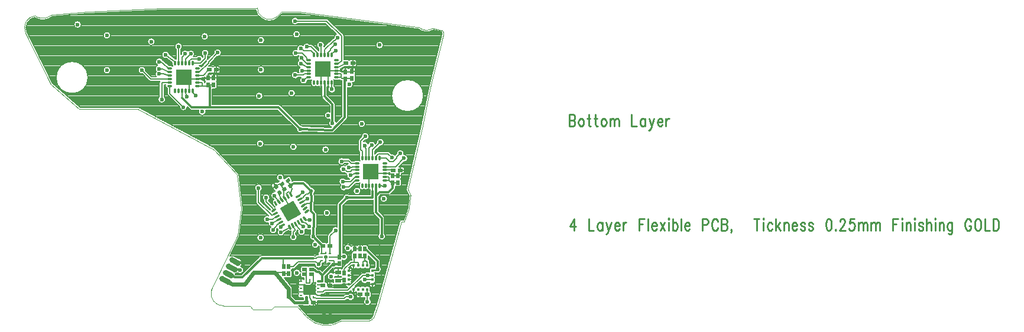
<source format=gbr>
*
*
G04 PADS 9.3 Build Number: 433611 generated Gerber (RS-274-X) file*
G04 PC Version=2.1*
*
%IN "MMSP_L.pcb"*%
*
%MOIN*%
*
%FSLAX35Y35*%
*
*
*
*
G04 PC Standard Apertures*
*
*
G04 Thermal Relief Aperture macro.*
%AMTER*
1,1,$1,0,0*
1,0,$1-$2,0,0*
21,0,$3,$4,0,0,45*
21,0,$3,$4,0,0,135*
%
*
*
G04 Annular Aperture macro.*
%AMANN*
1,1,$1,0,0*
1,0,$2,0,0*
%
*
*
G04 Odd Aperture macro.*
%AMODD*
1,1,$1,0,0*
1,0,$1-0.005,0,0*
%
*
*
G04 PC Custom Aperture Macros*
*
*
*
*
*
*
G04 PC Aperture Table*
*
%ADD010C,0.001*%
%ADD012C,0.00591*%
%ADD016C,0.01*%
%ADD018C,0.00787*%
%ADD019C,0.02362*%
%ADD020C,0.015*%
%ADD023C,0.01181*%
%ADD024C,0.01575*%
%ADD026R,0.025X0.02*%
%ADD027R,0.02X0.025*%
%ADD028R,0.035X0.024*%
%ADD029R,0.01378X0.00984*%
%ADD030R,0.00984X0.01378*%
%ADD031R,0.01575X0.01181*%
%ADD032R,0.01181X0.01575*%
%ADD033O,0.01181X0.02756*%
%ADD034O,0.02756X0.01181*%
%ADD035R,0.08661X0.08661*%
%ADD036R,0.01575X0.00984*%
%ADD037R,0.00984X0.01575*%
%ADD038C,0.03*%
%ADD039C,0.00984*%
*
*
*
*
G04 PC Circuitry*
G04 Layer Name MMSP_L.pcb - circuitry*
%LPD*%
*
*
G04 PC Custom Flashes*
G04 Layer Name MMSP_L.pcb - flashes*
%LPD*%
*
*
G04 PC Circuitry*
G04 Layer Name MMSP_L.pcb - circuitry*
%LPD*%
*
G54D10*
G01X1084338Y879416D02*
G75*
G03X1091450Y870727I6795J-1694D01*
G01X1084337Y879411D02*
X1084469Y879661D01*
X1084449Y879640*
X1099338Y910590*
X1101338Y925590*
X1099000Y945000*
X1086000Y959000*
X1043000Y982000*
X1010098*
X994098Y996000*
X979772Y1024917*
X985282Y1034748D02*
G03X979774Y1024913I607J-6800D01*
G01X985288Y1034748D02*
X985335Y1034744D01*
X986024Y1034055*
X986021Y1034056D02*
G03X994094Y1034883I3373J6886D01*
G01X994091Y1034881D02*
X994565Y1035356D01*
X1015000Y1037000*
X1057000Y1039000*
X1110433*
G03X1113187Y1034052I5045J-433*
G01X1113191Y1034049D02*
G03X1121065I3937J4610D01*
G01X1121067Y1034051D02*
X1124016Y1037000D01*
X1134000*
X1200197Y1028298*
X1201353*
G03X1209173Y1027455I4431J4416*
G01X1209174D02*
X1209247Y1027530D01*
X1214758Y1026365*
X1215407Y1024033D02*
G03X1214757Y1026366I-2399J589D01*
G01X1215407Y1024032D02*
X1208068Y994095D01*
X1203663Y972687*
X1195353Y936537*
X1196877Y932972*
X1193429Y918301D02*
G03X1196877Y932946I-27976J14316D01*
G01X1193432Y918307D02*
X1191535D01*
X1188000Y905000*
X1178563Y871588*
X1175919Y863986*
X1173588Y862205D02*
G03X1175920Y863988I-330J2848D01*
G01X1173585Y862205D02*
X1158055D01*
X1138351Y864223D02*
G03X1158054Y862204I11040J10587D01*
G01X1138356Y864218D02*
X1132826Y870374D01*
X1120079*
X1118356Y868651*
X1108071*
X1106275Y870448*
X1091453Y870727*
G54D12*
X1151378Y884268D02*
Y883283D01*
X1153612Y882283D02*
X1152628D01*
X1148922Y894299D02*
Y895283D01*
Y897842D02*
Y896858D01*
X1079134Y999016D02*
X1078150D01*
X1173425Y936220D02*
Y937205D01*
X1184646Y945472D02*
X1183661D01*
X1146244Y994479D02*
Y995463D01*
X1150181Y994479D02*
Y995463D01*
X1157464Y1003731D02*
X1156480D01*
X1163614Y888020D02*
X1162630D01*
X1163614Y885461D02*
X1162630D01*
X1160071Y882902D02*
X1161055D01*
X1164697Y878276D02*
Y879260D01*
X1175228Y881327D02*
Y882311D01*
X1173457Y882902D02*
X1174441D01*
X1177000D02*
X1176016D01*
X1141889Y883700D02*
Y884684D01*
X1133424Y884487D02*
X1134409D01*
X1135098Y885963D02*
Y884979D01*
X1133424Y882518D02*
X1134409D01*
X1136771D02*
X1135787D01*
X1133424Y878581D02*
X1134409D01*
X1136771D02*
X1135787D01*
X1139921Y877400D02*
Y876416D01*
X1146417Y876613D02*
X1145432D01*
X1144172Y872570D02*
X1143188D01*
X1141938Y870586D02*
Y871570D01*
X1085640Y1001768D02*
Y1000784D01*
X1087625Y999534D02*
X1086640D01*
X1119009Y937241D02*
X1119862Y937733D01*
X1119611Y940168D02*
X1120103Y939316D01*
X1163780Y1005384D02*
Y1004400D01*
X1165764Y1003150D02*
X1164780D01*
X1164173Y1005890D02*
Y1006874D01*
Y1009858D02*
Y1008874D01*
X1166407Y1007874D02*
X1165423D01*
X1158055Y1002953D02*
X1159039D01*
X1160039Y1005187D02*
Y1004203D01*
X1155929Y887395D02*
Y888379D01*
X1153195Y889579D02*
X1154179D01*
X1155929Y891764D02*
Y890779D01*
X1165325Y905041D02*
Y904057D01*
X1168210Y905102D02*
Y904118D01*
X1168447Y875128D02*
Y876113D01*
X1166212Y877113D02*
X1167197D01*
X1080682Y999426D02*
X1081666D01*
X1082666Y1001660D02*
Y1000676D01*
X1087205Y1002150D02*
Y1003134D01*
Y1006118D02*
Y1005134D01*
X1089439Y1004134D02*
X1088455D01*
X1191587Y944314D02*
X1190603D01*
X1190982Y949407D02*
Y948423D01*
X1193216Y947423D02*
X1192232D01*
X1163614Y890579D02*
X1162630D01*
X1164697Y891661D02*
Y892646D01*
G54D16*
X1127142Y940851D02*
X1128441Y941601D01*
X1127941Y942467*
X1126642Y941717*
X1127142Y940851*
X1127142*
X1126874Y941851D02*
X1128297D01*
X1127000Y941097D02*
Y941923D01*
X1128000Y941346D02*
Y942365D01*
X1123733Y938882D02*
X1125032Y939632D01*
X1124532Y940498*
X1123233Y939748*
X1123733Y938882*
X1123733*
X1123465Y939882D02*
X1124888D01*
X1124000Y939037D02*
Y940191D01*
X1125000Y939614D02*
Y939687D01*
X1121536Y937833D02*
X1120786Y939132D01*
X1120786D02*
X1119920Y938632D01*
X1119920D02*
X1120670Y937333D01*
X1121536Y937833*
X1120670Y937333D02*
X1120670D01*
X1120093Y938333D02*
X1121247D01*
X1120000Y938494D02*
Y938679D01*
X1121000Y937524D02*
Y938762D01*
X1123504Y934424D02*
X1122754Y935723D01*
X1121888Y935223*
X1122638Y933924*
X1123504Y934424*
X1122638Y933924D02*
X1122638D01*
X1122061Y934924D02*
X1123216D01*
X1122000Y935030D02*
Y935287D01*
X1123000Y934133D02*
Y935298D01*
X1128471Y937972D02*
X1129770Y938722D01*
X1129270Y939588*
X1127971Y938838*
X1128471Y937972*
X1128471*
X1128203Y938972D02*
X1129625D01*
X1128000Y938787D02*
Y938855D01*
X1129000Y938277D02*
Y939432D01*
X1125061Y936003D02*
X1126360Y936753D01*
X1125860Y937619*
X1124561Y936869*
X1125061Y936003*
X1125061*
X1124793Y937003D02*
X1126216D01*
X1125000Y936109D02*
Y937122D01*
X1126000Y936545D02*
Y937377D01*
X1130300Y929614D02*
X1123665Y925783D01*
X1127496Y919148*
X1134131Y922979*
X1130300Y929614*
X1127496Y919148D02*
X1127496D01*
X1126919Y920148D02*
X1129228D01*
X1126341Y921148D02*
X1130960D01*
X1125764Y922148D02*
X1132692D01*
X1125187Y923148D02*
X1134033D01*
X1124609Y924148D02*
X1133456D01*
X1124032Y925148D02*
X1132879D01*
X1124297Y926148D02*
X1132301D01*
X1126030Y927148D02*
X1131724D01*
X1127762Y928148D02*
X1131146D01*
X1129494Y929148D02*
X1130569D01*
X1124000Y925203D02*
Y925976D01*
X1125000Y923471D02*
Y926554D01*
X1126000Y921739D02*
Y927131D01*
X1127000Y920007D02*
Y927708D01*
X1128000Y919439D02*
Y928286D01*
X1129000Y920016D02*
Y928863D01*
X1130000Y920594D02*
Y929440D01*
X1131000Y921171D02*
Y928402D01*
X1132000Y921748D02*
Y926670D01*
X1133000Y922326D02*
Y924938D01*
X1134000Y922903D02*
Y923206D01*
X1286220Y978807D02*
Y972244D01*
Y978807D02*
X1288266D01*
X1288948Y978494*
X1289175Y978182*
X1289402Y977557*
Y976932*
X1289175Y976307*
X1288948Y975994*
X1288266Y975682*
X1286220D02*
X1288266D01*
X1288948Y975369*
X1289175Y975057*
X1289402Y974432*
Y973494*
X1289175Y972869*
X1288948Y972557*
X1288266Y972244*
X1286220*
X1292584Y976619D02*
X1292130Y976307D01*
X1291675Y975682*
X1291448Y974744*
Y974119*
X1291675Y973182*
X1292130Y972557*
X1292584Y972244*
X1293266*
X1293720Y972557*
X1294175Y973182*
X1294402Y974119*
Y974744*
X1294175Y975682*
X1293720Y976307*
X1293266Y976619*
X1292584*
X1297130Y978807D02*
Y973494D01*
X1297357Y972557*
X1297811Y972244*
X1298266*
X1296448Y976619D02*
X1298039D01*
X1300993Y978807D02*
Y973494D01*
X1301220Y972557*
X1301675Y972244*
X1302130*
X1300311Y976619D02*
X1301902D01*
X1305311D02*
X1304857Y976307D01*
X1304402Y975682*
X1304175Y974744*
Y974119*
X1304402Y973182*
X1304857Y972557*
X1305311Y972244*
X1305993*
X1306448Y972557*
X1306902Y973182*
X1307130Y974119*
Y974744*
X1306902Y975682*
X1306448Y976307*
X1305993Y976619*
X1305311*
X1309175D02*
Y972244D01*
Y975369D02*
X1309857Y976307D01*
X1310311Y976619*
X1310993*
X1311448Y976307*
X1311675Y975369*
Y972244*
Y975369D02*
X1312357Y976307D01*
X1312811Y976619*
X1313493*
X1313948Y976307*
X1314175Y975369*
Y972244*
X1321448Y978807D02*
Y972244D01*
X1324175*
X1328948Y976619D02*
Y972244D01*
Y975682D02*
X1328493Y976307D01*
X1328039Y976619*
X1327357*
X1326902Y976307*
X1326448Y975682*
X1326220Y974744*
Y974119*
X1326448Y973182*
X1326902Y972557*
X1327357Y972244*
X1328039*
X1328493Y972557*
X1328948Y973182*
X1331220Y976619D02*
X1332584Y972244D01*
X1333948Y976619D02*
X1332584Y972244D01*
X1332130Y970994*
X1331675Y970369*
X1331220Y970057*
X1330993*
X1335993Y974744D02*
X1338720D01*
Y975369*
X1338493Y975994*
X1338266Y976307*
X1337811Y976619*
X1337130*
X1336675Y976307*
X1336220Y975682*
X1335993Y974744*
Y974119*
X1336220Y973182*
X1336675Y972557*
X1337130Y972244*
X1337811*
X1338266Y972557*
X1338720Y973182*
X1340766Y976619D02*
Y972244D01*
Y974744D02*
X1340993Y975682D01*
X1341448Y976307*
X1341902Y976619*
X1342584*
X1288887Y919948D02*
X1286614Y915573D01*
X1290023*
X1288887Y919948D02*
Y913386D01*
X1297296Y919948D02*
Y913386D01*
X1300023*
X1304796Y917761D02*
Y913386D01*
Y916823D02*
X1304341Y917448D01*
X1303887Y917761*
X1303205*
X1302751Y917448*
X1302296Y916823*
X1302069Y915886*
Y915261*
X1302296Y914323*
X1302751Y913698*
X1303205Y913386*
X1303887*
X1304341Y913698*
X1304796Y914323*
X1307069Y917761D02*
X1308432Y913386D01*
X1309796Y917761D02*
X1308432Y913386D01*
X1307978Y912136*
X1307523Y911511*
X1307069Y911198*
X1306841*
X1311841Y915886D02*
X1314569D01*
Y916511*
X1314341Y917136*
X1314114Y917448*
X1313660Y917761*
X1312978*
X1312523Y917448*
X1312069Y916823*
X1311841Y915886*
Y915261*
X1312069Y914323*
X1312523Y913698*
X1312978Y913386*
X1313660*
X1314114Y913698*
X1314569Y914323*
X1316614Y917761D02*
Y913386D01*
Y915886D02*
X1316841Y916823D01*
X1317296Y917448*
X1317751Y917761*
X1318432*
X1325705Y919948D02*
Y913386D01*
Y919948D02*
X1328660D01*
X1325705Y916823D02*
X1327523D01*
X1330705Y919948D02*
Y913386D01*
X1332751Y915886D02*
X1335478D01*
Y916511*
X1335251Y917136*
X1335023Y917448*
X1334569Y917761*
X1333887*
X1333432Y917448*
X1332978Y916823*
X1332751Y915886*
Y915261*
X1332978Y914323*
X1333432Y913698*
X1333887Y913386*
X1334569*
X1335023Y913698*
X1335478Y914323*
X1337523Y917761D02*
X1340023Y913386D01*
Y917761D02*
X1337523Y913386D01*
X1342069Y919948D02*
X1342296Y919636D01*
X1342523Y919948*
X1342296Y920261*
X1342069Y919948*
X1342296Y917761D02*
Y913386D01*
X1344569Y919948D02*
Y913386D01*
Y916823D02*
X1345023Y917448D01*
X1345478Y917761*
X1346160*
X1346614Y917448*
X1347069Y916823*
X1347296Y915886*
Y915261*
X1347069Y914323*
X1346614Y913698*
X1346160Y913386*
X1345478*
X1345023Y913698*
X1344569Y914323*
X1349341Y919948D02*
Y913386D01*
X1351387Y915886D02*
X1354114D01*
Y916511*
X1353887Y917136*
X1353660Y917448*
X1353205Y917761*
X1352523*
X1352069Y917448*
X1351614Y916823*
X1351387Y915886*
Y915261*
X1351614Y914323*
X1352069Y913698*
X1352523Y913386*
X1353205*
X1353660Y913698*
X1354114Y914323*
X1361387Y919948D02*
Y913386D01*
Y919948D02*
X1363432D01*
X1364114Y919636*
X1364341Y919323*
X1364569Y918698*
Y917761*
X1364341Y917136*
X1364114Y916823*
X1363432Y916511*
X1361387*
X1370023Y918386D02*
X1369796Y919011D01*
X1369341Y919636*
X1368887Y919948*
X1367978*
X1367523Y919636*
X1367069Y919011*
X1366841Y918386*
X1366614Y917448*
Y915886*
X1366841Y914948*
X1367069Y914323*
X1367523Y913698*
X1367978Y913386*
X1368887*
X1369341Y913698*
X1369796Y914323*
X1370023Y914948*
X1372069Y919948D02*
Y913386D01*
Y919948D02*
X1374114D01*
X1374796Y919636*
X1375023Y919323*
X1375251Y918698*
Y918073*
X1375023Y917448*
X1374796Y917136*
X1374114Y916823*
X1372069D02*
X1374114D01*
X1374796Y916511*
X1375023Y916198*
X1375251Y915573*
Y914636*
X1375023Y914011*
X1374796Y913698*
X1374114Y913386*
X1372069*
X1377751Y913698D02*
X1377523Y913386D01*
X1377296Y913698*
X1377523Y914011*
X1377751Y913698*
Y913073*
X1377523Y912448*
X1377296Y912136*
X1391841Y919948D02*
Y913386D01*
X1390251Y919948D02*
X1393432D01*
X1395478D02*
X1395705Y919636D01*
X1395932Y919948*
X1395705Y920261*
X1395478Y919948*
X1395705Y917761D02*
Y913386D01*
X1400705Y916823D02*
X1400251Y917448D01*
X1399796Y917761*
X1399114*
X1398660Y917448*
X1398205Y916823*
X1397978Y915886*
Y915261*
X1398205Y914323*
X1398660Y913698*
X1399114Y913386*
X1399796*
X1400251Y913698*
X1400705Y914323*
X1402751Y919948D02*
Y913386D01*
X1405023Y917761D02*
X1402751Y914636D01*
X1403660Y915886D02*
X1405251Y913386D01*
X1407296Y917761D02*
Y913386D01*
Y916511D02*
X1407978Y917448D01*
X1408432Y917761*
X1409114*
X1409569Y917448*
X1409796Y916511*
Y913386*
X1411841Y915886D02*
X1414569D01*
Y916511*
X1414341Y917136*
X1414114Y917448*
X1413660Y917761*
X1412978*
X1412523Y917448*
X1412069Y916823*
X1411841Y915886*
Y915261*
X1412069Y914323*
X1412523Y913698*
X1412978Y913386*
X1413660*
X1414114Y913698*
X1414569Y914323*
X1419114Y916823D02*
X1418887Y917448D01*
X1418205Y917761*
X1417523*
X1416841Y917448*
X1416614Y916823*
X1416841Y916198*
X1417296Y915886*
X1418432Y915573*
X1418887Y915261*
X1419114Y914636*
Y914323*
X1418887Y913698*
X1418205Y913386*
X1417523*
X1416841Y913698*
X1416614Y914323*
X1423660Y916823D02*
X1423432Y917448D01*
X1422751Y917761*
X1422069*
X1421387Y917448*
X1421160Y916823*
X1421387Y916198*
X1421841Y915886*
X1422978Y915573*
X1423432Y915261*
X1423660Y914636*
Y914323*
X1423432Y913698*
X1422751Y913386*
X1422069*
X1421387Y913698*
X1421160Y914323*
X1432296Y919948D02*
X1431614Y919636D01*
X1431160Y918698*
X1430932Y917136*
Y916198*
X1431160Y914636*
X1431614Y913698*
X1432296Y913386*
X1432751*
X1433432Y913698*
X1433887Y914636*
X1434114Y916198*
Y917136*
X1433887Y918698*
X1433432Y919636*
X1432751Y919948*
X1432296*
X1436387Y914011D02*
X1436160Y913698D01*
X1436387Y913386*
X1436614Y913698*
X1436387Y914011*
X1438887Y918386D02*
Y918698D01*
X1439114Y919323*
X1439341Y919636*
X1439796Y919948*
X1440705*
X1441160Y919636*
X1441387Y919323*
X1441614Y918698*
Y918073*
X1441387Y917448*
X1440932Y916511*
X1438660Y913386*
X1441841*
X1446841Y919948D02*
X1444569D01*
X1444341Y917136*
X1444569Y917448*
X1445251Y917761*
X1445932*
X1446614Y917448*
X1447069Y916823*
X1447296Y915886*
X1447069Y915261*
X1446841Y914323*
X1446387Y913698*
X1445705Y913386*
X1445023*
X1444341Y913698*
X1444114Y914011*
X1443887Y914636*
X1449341Y917761D02*
Y913386D01*
Y916511D02*
X1450023Y917448D01*
X1450478Y917761*
X1451160*
X1451614Y917448*
X1451841Y916511*
Y913386*
Y916511D02*
X1452523Y917448D01*
X1452978Y917761*
X1453660*
X1454114Y917448*
X1454341Y916511*
Y913386*
X1456387Y917761D02*
Y913386D01*
Y916511D02*
X1457069Y917448D01*
X1457523Y917761*
X1458205*
X1458660Y917448*
X1458887Y916511*
Y913386*
Y916511D02*
X1459569Y917448D01*
X1460023Y917761*
X1460705*
X1461160Y917448*
X1461387Y916511*
Y913386*
X1468660Y919948D02*
Y913386D01*
Y919948D02*
X1471614D01*
X1468660Y916823D02*
X1470478D01*
X1473660Y919948D02*
X1473887Y919636D01*
X1474114Y919948*
X1473887Y920261*
X1473660Y919948*
X1473887Y917761D02*
Y913386D01*
X1476160Y917761D02*
Y913386D01*
Y916511D02*
X1476841Y917448D01*
X1477296Y917761*
X1477978*
X1478432Y917448*
X1478660Y916511*
Y913386*
X1480705Y919948D02*
X1480932Y919636D01*
X1481160Y919948*
X1480932Y920261*
X1480705Y919948*
X1480932Y917761D02*
Y913386D01*
X1485705Y916823D02*
X1485478Y917448D01*
X1484796Y917761*
X1484114*
X1483432Y917448*
X1483205Y916823*
X1483432Y916198*
X1483887Y915886*
X1485023Y915573*
X1485478Y915261*
X1485705Y914636*
Y914323*
X1485478Y913698*
X1484796Y913386*
X1484114*
X1483432Y913698*
X1483205Y914323*
X1487751Y919948D02*
Y913386D01*
Y916511D02*
X1488432Y917448D01*
X1488887Y917761*
X1489569*
X1490023Y917448*
X1490251Y916511*
Y913386*
X1492296Y919948D02*
X1492523Y919636D01*
X1492751Y919948*
X1492523Y920261*
X1492296Y919948*
X1492523Y917761D02*
Y913386D01*
X1494796Y917761D02*
Y913386D01*
Y916511D02*
X1495478Y917448D01*
X1495932Y917761*
X1496614*
X1497069Y917448*
X1497296Y916511*
Y913386*
X1502069Y917761D02*
Y912761D01*
X1501841Y911823*
X1501614Y911511*
X1501160Y911198*
X1500478*
X1500023Y911511*
X1502069Y916823D02*
X1501614Y917448D01*
X1501160Y917761*
X1500478*
X1500023Y917448*
X1499569Y916823*
X1499341Y915886*
Y915261*
X1499569Y914323*
X1500023Y913698*
X1500478Y913386*
X1501160*
X1501614Y913698*
X1502069Y914323*
X1512751Y918386D02*
X1512523Y919011D01*
X1512069Y919636*
X1511614Y919948*
X1510705*
X1510251Y919636*
X1509796Y919011*
X1509569Y918386*
X1509341Y917448*
Y915886*
X1509569Y914948*
X1509796Y914323*
X1510251Y913698*
X1510705Y913386*
X1511614*
X1512069Y913698*
X1512523Y914323*
X1512751Y914948*
Y915886*
X1511614D02*
X1512751D01*
X1516160Y919948D02*
X1515705Y919636D01*
X1515251Y919011*
X1515023Y918386*
X1514796Y917448*
Y915886*
X1515023Y914948*
X1515251Y914323*
X1515705Y913698*
X1516160Y913386*
X1517069*
X1517523Y913698*
X1517978Y914323*
X1518205Y914948*
X1518432Y915886*
Y917448*
X1518205Y918386*
X1517978Y919011*
X1517523Y919636*
X1517069Y919948*
X1516160*
X1520478D02*
Y913386D01*
X1523205*
X1525251Y919948D02*
Y913386D01*
Y919948D02*
X1526841D01*
X1527523Y919636*
X1527978Y919011*
X1528205Y918386*
X1528432Y917448*
Y915886*
X1528205Y914948*
X1527978Y914323*
X1527523Y913698*
X1526841Y913386*
X1525251*
G54D18*
X1147835Y866732D02*
X1141996Y872570D01*
X1141938*
X1151772Y866929D02*
X1154134D01*
X1140491Y882283D02*
X1141889Y883681D01*
Y885373*
X1140491Y882283D02*
X1137194D01*
X1136959Y882518*
X1135098*
X1139921Y885373D02*
Y883661D01*
X1137952*
Y885373*
X1133465Y882518D02*
X1133424D01*
X1130512Y885431*
Y890267*
X1133465Y882518D02*
Y884487D01*
X1135098*
X1133465Y882518D02*
X1135098D01*
X1137952Y885373D02*
X1137855D01*
Y888583*
X1137008*
X1139921Y875727D02*
Y877400D01*
X1140079Y877559*
X1142630*
X1159195Y874803D02*
X1160179Y875787D01*
X1162992*
X1159195Y874803D02*
X1143504D01*
X1141889Y875473*
Y875727*
X1149803Y882268D02*
X1150787Y881283D01*
X1149803Y882268*
X1150787Y881283D02*
X1157614D01*
X1159232Y882902*
X1161843*
X1144561Y884487D02*
X1144743D01*
X1149803Y882268D02*
Y888298D01*
X1151084Y889579*
X1155929*
X1149803Y882268D02*
X1151362D01*
X1151378Y882283*
X1147441D02*
X1147244Y882480D01*
Y882518*
X1144743*
X1141889Y885373D02*
X1141792D01*
Y888583*
X1140945*
X1144743Y876613D02*
X1148978D01*
X1149803Y877165*
X1144743Y876613D02*
X1144716D01*
X1142913Y877276*
X1142630Y877559*
X1144743Y878581D02*
X1147282D01*
X1148228Y879528*
X1161389*
X1169853Y887992*
X1172638*
X1144743Y884487D02*
X1144940D01*
X1159428Y885334D02*
Y885586D01*
X1141938Y872570D02*
X1162837D01*
X1165157Y874890*
Y877250*
X1141938Y872570D02*
X1141368D01*
X1139921Y875641*
Y875727*
X1155929Y884779D02*
Y885586D01*
X1159428*
X1175485Y882842D02*
X1180315Y887671D01*
Y897496*
X1175485Y882842D02*
X1175228D01*
Y882902*
X1161843Y888020D02*
X1164173D01*
Y890579*
Y885461D02*
Y888020D01*
X1164658Y880283D02*
X1165945Y881569D01*
Y881661*
X1167185Y882902*
X1175228*
X1165157Y877250D02*
X1164697Y877710D01*
Y880047*
X1172638Y887992D02*
Y888020D01*
X1175228*
X1170866Y885433D02*
Y885461D01*
X1175228*
X1172441Y873031D02*
Y877113D01*
X1172384*
X1161843Y885461D02*
X1164173D01*
X1161843Y882902D02*
X1162795D01*
X1164173Y884280*
Y885461*
X1164697Y880047D02*
X1164658D01*
Y880283*
X1172384Y877113D02*
X1172374D01*
Y880047*
X1102362Y894094D02*
X1098967Y895170D01*
X1097638Y895866*
X1130512Y890267D02*
X1133749Y893504D01*
X1142428*
X1137864Y891345D02*
X1137008D01*
X1127919Y888875D02*
X1125214D01*
Y888896*
X1127919Y892812D02*
X1130506D01*
X1133319Y895626*
X1143351*
X1125214Y888896D02*
Y889523D01*
X1121807*
X1120276Y889567*
X1125214Y892833D02*
X1125000D01*
Y897638*
X1137008Y888583D02*
X1137864D01*
Y891345*
X1145779Y891929D02*
X1147441Y893591D01*
Y894294*
X1148922Y895775*
Y896070*
X1145779Y891929D02*
X1143985D01*
X1143110Y892804*
Y892821*
X1142428Y893504*
X1148922Y900598D02*
Y900204D01*
X1146521*
Y900303*
X1141929Y897638D02*
X1143701D01*
X1144397Y898334*
X1146521*
X1156462Y894216D02*
Y894431D01*
Y898425D02*
X1159252D01*
X1140945Y890739D02*
Y891345D01*
X1147350Y904304D02*
Y904421D01*
Y904593*
X1147414*
X1153740Y896063D02*
X1153438Y896366D01*
X1151324*
X1144882Y894094D02*
X1146183Y896366D01*
X1146521*
X1144882Y894094D02*
X1143351Y895626D01*
X1153346Y893898D02*
X1153740Y894291D01*
Y896063*
X1153346Y893898D02*
Y894216D01*
X1151324Y900303D02*
Y904593D01*
X1151351*
X1151324Y898334D02*
X1156462D01*
Y898368*
X1146521Y900303D02*
Y903474D01*
X1147350Y904304*
X1159428Y889271D02*
Y891505D01*
X1163198Y895276*
X1164951*
X1151351Y904593D02*
Y910209D01*
X1154528Y913386*
X1155929Y889579D02*
Y891764D01*
X1156095Y891929*
X1157602*
X1162402Y896729*
Y899633*
X1165325Y902557*
Y902807*
X1170972Y898075D02*
X1168816D01*
Y898931*
X1168210*
X1164173Y890354D02*
Y890579D01*
X1164697Y891102*
Y893433*
X1178150Y890945D02*
Y891339D01*
X1172374Y895276D02*
X1170972Y896678D01*
Y898075*
X1172374Y895276D02*
Y895866D01*
X1170972Y898075D02*
Y898931D01*
X1164951Y895276D02*
Y898870D01*
X1165325*
X1168210Y902868D02*
X1165338D01*
Y905041*
X1165416Y905118*
Y907283*
X1165748*
X1180315Y897496D02*
X1179134Y898677D01*
Y906102*
X1172374Y893433D02*
Y895276D01*
X1169815Y893433D02*
Y895866D01*
X1172374*
X1167256Y893433D02*
Y895205D01*
X1167185Y895276*
X1164951*
X1161843Y890579D02*
X1162236D01*
Y892350*
X1163319Y893433*
X1164697*
X1175228Y890579D02*
Y890945D01*
X1165325Y902807D02*
X1165338D01*
Y902868*
X1165325Y902807D02*
Y902868D01*
X1165338*
X1119618Y924706D02*
X1119618D01*
X1118831Y926070*
X1115354Y929546*
Y931890*
X1120603Y923001D02*
X1118557Y921820D01*
X1111024Y929353*
Y937402*
X1119291Y913583D02*
X1121510Y916706D01*
X1123555Y917887*
X1118701Y917323D02*
X1121889Y919198D01*
X1122571Y919591*
X1115945Y919685D02*
X1119111D01*
X1119541Y920115*
X1121587Y921296*
X1136269Y927362D02*
X1138315Y928543D01*
X1140748*
X1136269Y927362D02*
X1136209Y927465D01*
X1129750Y924873D02*
X1127093Y929476D01*
Y929548*
X1126995Y929646*
X1126207Y931010*
X1125813Y931692*
X1135279Y918973D02*
X1135392Y919038D01*
X1131459Y913301D02*
Y914040D01*
X1130672Y915403*
X1130278Y916085*
X1128590Y915073D02*
X1128573Y915101D01*
X1139567Y915551D02*
X1137543Y917575D01*
X1137327*
X1135725Y918201*
X1135279Y918973*
X1136417Y915551D02*
X1134081Y917372D01*
X1133688Y918054*
X1135236Y912598D02*
X1132376Y916388D01*
X1131983Y917070*
X1130709Y909646D02*
Y912550D01*
X1131459Y913301*
X1139961Y919094D02*
X1137491Y919340D01*
X1137097Y920022*
X1123622Y912205D02*
X1128590Y915073D01*
X1123673Y915227D02*
X1123858Y915788D01*
X1124540Y916182*
X1128898Y924381D02*
X1129750Y924873D01*
X1120728Y938233D02*
X1122446Y939225D01*
X1122911Y939690*
X1124132*
X1125461Y936811D02*
X1124438Y937834D01*
Y938583*
Y939385*
X1124132Y939690*
X1125197Y935433D02*
X1125461Y936811D01*
X1126620Y934343D02*
X1128325Y935328D01*
X1129111Y933854D02*
X1129862Y937061D01*
X1128995Y938852D02*
X1127417Y941586D01*
X1127542Y941659*
X1129862Y937061D02*
X1128870Y938780D01*
X1122171Y934520D02*
X1122696Y934823D01*
X1135225Y929170D02*
X1135907Y929564D01*
X1138583Y931299*
X1134241Y930875D02*
X1136287Y932056D01*
X1136417Y932187*
Y932196*
X1138003Y933782*
X1138900*
X1140748Y935630*
X1133257Y932580D02*
X1133938Y932974D01*
X1135827Y934843*
X1128829Y934342D02*
X1129223Y933661D01*
X1128719Y934646*
X1128325Y935328*
X1129223Y933661D02*
X1129111Y933854D01*
X1127125Y933358D02*
X1127518Y932676D01*
X1127014Y933661*
X1126620Y934343*
X1125813Y931692D02*
X1125420Y932374D01*
X1125197Y934055*
Y935433*
X1124109Y930708D02*
X1123715Y931390D01*
X1122599Y933779*
X1122171Y934520*
X1122404Y929724D02*
X1122010Y930405D01*
X1120079Y933071*
X1128870Y938780D02*
X1128995Y938852D01*
X1158465Y940945D02*
X1162930D01*
X1165619Y943633*
X1166535*
X1159055Y937795D02*
X1162008D01*
X1165748Y941535*
X1166535*
X1162992Y946654D02*
X1163780Y947441D01*
X1166535*
X1162992Y946654D02*
X1160827D01*
X1159449Y948031*
X1158858*
X1175394Y935630D02*
Y938583D01*
X1162795Y944488D02*
X1165748Y945472D01*
X1166535*
Y943504D02*
Y943633D01*
X1173425Y938583D02*
Y946457D01*
X1174409*
X1182283Y938583D02*
Y938386D01*
X1179331Y938583*
X1184646Y941535D02*
Y943504D01*
X1182283*
Y941535D02*
X1184646D01*
X1182283Y945472D02*
X1174409D01*
Y946457*
X1186787Y944321D02*
Y945119D01*
X1183071Y945472*
X1182283*
X1186787Y940384D02*
X1186620Y940551D01*
X1185630*
X1184646Y941535*
X1189603Y944314D02*
X1190175D01*
Y947423*
X1190982*
X1189603Y944314D02*
X1186787D01*
Y944321*
X1189603Y940377D02*
Y940384D01*
X1186787*
X1187045Y947423D02*
Y947424D01*
X1182283*
Y947441*
X1157874Y952362D02*
Y952756D01*
X1161811*
X1173272Y960083D02*
X1174803Y961614D01*
X1177233Y955247D02*
X1178678Y956693D01*
X1184055*
X1168701Y963976D02*
X1171260Y966535D01*
X1161811Y948819D02*
X1165748Y949409D01*
X1166535*
Y951378D02*
X1163189D01*
X1161811Y952756*
X1177362Y954331D02*
X1177233D01*
Y955247*
X1175394Y954331D02*
Y958858D01*
X1179724Y963189*
X1173425Y954331D02*
Y958268D01*
X1173272Y958421*
Y960083*
X1171457Y954331D02*
Y959252D01*
X1170866Y961417*
X1169488Y954331D02*
Y958213D01*
X1168701Y959000*
Y963976*
X1187117Y952362D02*
X1188900Y954145D01*
Y954845*
X1190945Y956890*
X1187117Y952362D02*
X1184819D01*
X1182850Y954331*
X1179331*
X1186220Y954528D02*
X1184055Y956693D01*
X1182283Y949409D02*
X1188386D01*
X1193110Y954134*
X1056496Y987402D02*
Y997047D01*
X1061024*
X1067913Y988276D02*
Y992126D01*
X1068701Y983071D02*
X1061024Y990748D01*
Y995079*
X1077688Y1002823D02*
X1082797Y1007932D01*
Y1008585*
X1087992Y1013780*
X1077688Y1002823D02*
X1076772D01*
Y1002953*
X1079331Y995079D02*
Y997047D01*
X1076772*
X1079331Y995079D02*
X1082666D01*
Y995253*
X1076772Y999016D02*
X1071850D01*
X1068898*
Y1000000*
X1071850Y999016D02*
Y1000000D01*
X1068898*
X1070669Y988976D02*
X1069882Y991339D01*
Y992126*
X1075787Y989567D02*
X1073819Y991339D01*
Y992126*
X1061024Y1004921D02*
X1060236D01*
X1057283Y1007677*
X1056102Y1008465*
X1055118Y1008661*
X1061024Y1002953D02*
X1060236D01*
X1056890Y1004724*
X1054921*
X1061024Y1000984D02*
X1060236D01*
X1057283Y1001772*
X1054921*
X1061024Y999016D02*
X1050197D01*
X1045276Y1003937*
X1071850Y992126D02*
Y999016D01*
X1076772Y995079D02*
X1079331D01*
X1076772Y999016D02*
Y999190D01*
X1082666*
Y999426*
X1076772Y1000984D02*
X1079868D01*
X1083018Y1004134*
X1083268*
X1073819Y1007874D02*
X1078259D01*
X1080906Y1010520*
Y1013583*
X1071850Y1007874D02*
X1071721D01*
Y1008791*
X1069882Y1007874D02*
Y1010236D01*
X1072835Y1013189*
X1067913Y1007874D02*
Y1011417D01*
X1069685Y1013189*
X1065945Y1007874D02*
Y1017323D01*
X1063976Y1007874D02*
Y1008661D01*
X1060433Y1011417*
X1058661Y1012598*
X1083465Y994455D02*
X1082666Y995253D01*
Y995489*
X1085640Y999534D02*
X1086247D01*
Y1000390*
X1086368Y1004134*
X1087205*
X1082666Y999426D02*
Y999534D01*
X1085640*
X1082666Y995489D02*
X1085640D01*
Y995597*
X1139354Y1007668D02*
Y1007539D01*
X1138437*
X1135291Y1010685*
X1131693Y1001181D02*
X1136220D01*
X1136802Y1001763*
X1139354*
X1136417Y998228D02*
X1138567Y999794D01*
X1139354*
Y1005700D02*
X1138567D01*
X1135039Y1007677*
X1139354Y1003731D02*
X1138567D01*
X1135630Y1003740*
X1155102Y1007668D02*
Y1007539D01*
X1156019*
X1157874Y1009394*
X1157464Y999794D02*
X1157480D01*
Y1001763*
X1155102Y1003731D02*
X1150181D01*
X1147228*
Y1004715*
X1150181Y1003731D02*
Y1004715D01*
X1147228*
X1160039Y999203D02*
X1158055D01*
X1157464Y999794*
X1160039Y999203D02*
Y999213D01*
X1163780*
X1152362Y993110D02*
X1152149Y996054D01*
Y996841*
X1146244D02*
Y1004715D01*
X1147228*
X1150181Y996841D02*
Y1003731D01*
X1155102Y999794D02*
X1157464D01*
X1155102Y1001763D02*
X1157480D01*
X1155102Y1005700D02*
X1155890D01*
X1159380Y1007268*
X1160236*
Y1007874*
X1160039Y1002953D02*
X1163780D01*
Y1003150*
X1160039Y1002953D02*
Y1003140D01*
X1158055*
X1157464Y1003731*
X1155102*
X1160039Y999016D02*
Y999203D01*
X1164386Y1007874D02*
X1164173D01*
X1163780Y1003150D02*
X1164386D01*
Y1007874*
X1071721Y1008791D02*
X1073167Y1010236D01*
X1077559*
X1135291Y1010685D02*
X1135433Y1010827D01*
X1139354Y1009637D02*
X1138567D01*
X1138102Y1011220*
X1135739Y1013583*
X1132087*
X1157874Y1009394D02*
Y1023141D01*
X1149322Y1031693*
X1131693*
X1150052Y1013506D02*
X1151772Y1015226D01*
Y1015945*
X1154331Y1018504*
X1144405Y1012589D02*
Y1013506D01*
X1140785Y1017126*
X1138189*
X1144405Y1012589D02*
X1144275D01*
X1152149D02*
Y1013377D01*
X1154528Y1014961*
X1150181Y1012589D02*
X1150052D01*
Y1013506*
X1148212Y1012589D02*
Y1015448D01*
X1153456Y1020691*
X1153959*
X1155512Y1022244*
X1155709*
X1146244Y1012589D02*
X1146184D01*
Y1018110*
X1146063*
X1142307Y1012589D02*
Y1013377D01*
X1140723Y1014961*
X1136724*
X1134843Y1016142*
X1204134Y989567D02*
G03X1204134I-9055J0D01*
G01X1181496Y1018110D02*
G03X1181496I-2165J0D01*
G01X1171457Y973622D02*
G03X1171457I-2166J0D01*
G01X1151772Y923228D02*
G03X1151772I-2166J0D01*
G01X1150984Y959055D02*
G03X1150984I-2165J0D01*
G01X1132874Y960630D02*
G03X1132874I-2165J0D01*
G01X1114173Y962402D02*
G03X1114173I-2165J0D01*
G01X1113583Y989370D02*
G03X1113583I-2166J0D01*
G01X1114567Y1004134D02*
G03X1114567I-2165J0D01*
G01Y1020866D02*
G03X1114567I-2165J0D01*
G01X1082874Y1023031D02*
G03X1082874I-2165J0D01*
G01X1052756Y1020079D02*
G03X1052756I-2165J0D01*
G01X1027756Y1003937D02*
G03X1027756I-2165J0D01*
G01Y1023622D02*
G03X1027756I-2165J0D01*
G01X1014961Y999803D02*
G03X1014961I-9055J0D01*
G01X1011220Y1029724D02*
G03X1011220I-2165J0D01*
G01X1114370Y909252D02*
G03X1114370I-2165J0D01*
G01X1131890Y990945D02*
G03X1131890I-2166J0D01*
G01X1134646Y1024213D02*
G03X1134646I-2166J0D01*
G01X1214451Y1024267D02*
G03X1214227Y1025471I-1443J355D01*
G01X1214227D02*
X1209464Y1026478D01*
X1200961Y1027314D02*
G03X1209464Y1026478I4823J5400D01*
G01X1200961Y1027314D02*
X1200197D01*
X1200069Y1027322D02*
G03X1200197Y1027314I128J976D01*
G01X1200069Y1027322D02*
X1133936Y1036016D01*
X1124423*
X1121763Y1033355*
X1121706Y1033303D02*
G03X1121763Y1033355I-639J748D01*
G01X1112639Y1033228D02*
G03X1121706Y1033303I4489J5431D01*
G01X1109456Y1038016D02*
G03X1112639Y1033228I6022J551D01*
G01X1109456Y1038016D02*
X1057023D01*
X1015063Y1036018*
X995005Y1034404*
X994787Y1034185*
X994693Y1034103D02*
G03X994787Y1034185I-602J778D01*
G01X985591Y1033171D02*
G03X994693Y1034103I3803J7771D01*
G01X985328Y1033359D02*
G03X985591Y1033171I696J696D01*
G01X985328Y1033359D02*
X984969Y1033718D01*
G03X980654Y1025354I920J-5770*
G01X994894Y996612*
X1010468Y982984*
X1043000*
X1043464Y982868D02*
G03X1043000Y982984I-464J-868D01*
G01X1043464Y982868D02*
X1086464Y959868D01*
X1086721Y959670D02*
G03X1086464Y959868I-721J-670D01*
G01X1086721Y959670D02*
X1099721Y945670D01*
X1099977Y945118D02*
G03X1099721Y945670I-977J-118D01*
G01X1099977Y945118D02*
X1102316Y925707D01*
X1102314Y925459D02*
G03X1102316Y925707I-976J131D01*
G01X1102314Y925459D02*
X1100314Y910459D01*
X1100225Y910163D02*
G03X1100314Y910459I-887J427D01*
G01X1100225Y910163D02*
X1094894Y899080D01*
X1097019Y898995D02*
G03X1094894Y899080I-1153J-2201D01*
G01X1097019Y898995D02*
X1100562Y897139D01*
X1101039Y893063D02*
G03X1100562Y897139I-1630J1875D01*
G01X1099056Y889417D02*
G03X1101039Y893063I1535J1528D01*
G01X1097931Y888939D02*
G03X1099056Y889417I-378J2456D01*
G01X1098117Y888414D02*
G03X1097931Y888939I-2420J-563D01*
G01X1098117Y888414D02*
X1101345D01*
X1111682Y898751*
X1112795Y899213D02*
G03X1111682Y898751I0J-1575D01*
G01X1112795Y899213D02*
X1125000D01*
X1141929*
X1142692Y899016D02*
G03X1141929Y899213I-763J-1378D01*
G01X1142692Y899016D02*
X1143130D01*
X1143423Y899308*
X1144397Y899712D02*
G03X1143423Y899308I0J-1378D01*
G01X1144397Y899712D02*
X1144754D01*
X1144749Y899810D02*
G03X1144754Y899712I984J0D01*
G01X1144749Y899810D02*
Y900795D01*
X1145143Y901582D02*
G03X1144749Y900795I590J-787D01*
G01X1145143Y901582D02*
Y903474D01*
X1145180Y903792D02*
G03X1145143Y903474I1341J-318D01*
G01X1145180Y903792D02*
Y904365D01*
X1145095Y904449*
X1142245Y907300D02*
G03X1145095Y904449I865J-1985D01*
G01X1142245Y907300D02*
X1141866Y907678D01*
X1140354Y911329D02*
G03X1141866Y907678I1575J-1486D01*
G01X1140354Y911329D02*
Y913534D01*
X1137992Y914065D02*
G03X1140354Y913534I1575J1486D01*
G01X1137191Y913529D02*
G03X1137992Y914065I-774J2022D01*
G01X1133130Y913102D02*
G03X1137191Y913529I2106J-504D01*
G01X1133130Y913102D02*
X1132837Y913490D01*
Y913301*
X1132433Y912326D02*
G03X1132837Y913301I-974J975D01*
G01X1132433Y912326D02*
X1132087Y911979D01*
Y911316*
X1129331D02*
G03X1132087I1378J-1670D01*
G01X1129331D02*
Y912550D01*
X1129375Y912898D02*
G03X1129331Y912550I1334J-348D01*
G01X1128026Y913156D02*
G03X1129375Y912898I941J1263D01*
G01X1128026Y913156D02*
X1125758Y911847D01*
X1122097Y913742D02*
G03X1125758Y911847I1525J-1537D01*
G01X1121634Y914501D02*
G03X1122097Y913742I2039J726D01*
G01X1121634Y914501D02*
X1121382Y914146D01*
X1117958Y915289D02*
G03X1121382Y914146I1333J-1706D01*
G01X1116554Y917607D02*
G03X1117958Y915289I2147J-284D01*
G01X1116722Y921706D02*
G03X1116554Y917607I-777J-2021D01*
G01X1116722Y921706D02*
X1110049Y928379D01*
X1109646Y929353D02*
G03X1110049Y928379I1378J0D01*
G01X1109646Y929353D02*
Y935731D01*
X1112402D02*
G03X1109646I-1378J1671D01*
G01X1112402D02*
Y929924D01*
X1117462Y924864*
X1117684Y925267D02*
G03X1117462Y924864I1252J-955D01*
G01X1117684Y925267D02*
X1114380Y928572D01*
X1113976Y929546D02*
G03X1114380Y928572I1378J0D01*
G01X1113976Y929546D02*
Y930219D01*
X1116732D02*
G03X1113976I-1378J1671D01*
G01X1116732D02*
Y930117D01*
X1119805Y927044*
X1120024Y926759D02*
G03X1119805Y927044I-1193J-689D01*
G01X1120024Y926759D02*
X1120082Y926659D01*
X1120320Y926674D02*
G03X1120082Y926659I-20J-1575D01*
G01X1120323Y926684D02*
G03X1120320Y926674I379J-107D01*
G01X1119729Y927270D02*
G03X1120323Y926684I1364J787D01*
G01X1119729Y927270D02*
X1118942Y928634D01*
X1119824Y930921D02*
G03X1118942Y928634I481J-1500D01*
G01X1120237Y935230D02*
G03X1119824Y930921I-158J-2159D01*
G01X1120264Y935692D02*
G03X1120237Y935230I941J-286D01*
G01X1119634Y936158D02*
G03X1120264Y935692I853J492D01*
G01X1119634Y936158D02*
X1118384Y938323D01*
X1118745Y939668D02*
G03X1118384Y938323I492J-852D01*
G01X1118745Y939668D02*
X1120477Y940668D01*
X1121717Y940455D02*
G03X1120477Y940668I-748J-639D01*
G01X1122058Y940784D02*
G03X1121717Y940455I492J-853D01*
G01X1122058Y940784D02*
X1122765Y941192D01*
X1125279Y942611D02*
G03X1122765Y941192I-2051J696D01*
G01X1125467Y942752D02*
G03X1125279Y942611I492J-852D01*
G01X1125467Y942752D02*
X1127632Y944002D01*
X1128977Y943642D02*
G03X1127632Y944002I-853J-492D01*
G01X1128977Y943642D02*
X1129977Y941910D01*
X1130103Y941310D02*
G03X1129977Y941910I-979J108D01*
G01X1130103Y941310D02*
X1130188Y941359D01*
X1130976Y941570D02*
G03X1130188Y941359I-0J-1575D01*
G01X1130976Y941570D02*
X1136383D01*
X1137496Y941109D02*
G03X1136383Y941570I-1113J-1114D01*
G01X1137496Y941109D02*
X1140811Y937794D01*
X1142323Y934144D02*
G03X1140811Y937794I-1575J1486D01*
G01X1142323Y934144D02*
Y933733D01*
X1142520Y932971D02*
G03X1142323Y933733I-1575J-0D01*
G01X1142520Y932971D02*
Y930315D01*
X1142510Y930141D02*
G03X1142520Y930315I-1565J174D01*
G01X1142510Y930141D02*
X1142323Y928456D01*
Y924862*
X1143436Y923748*
X1143898Y922635D02*
G03X1143436Y923748I-1575J-0D01*
G01X1143898Y922635D02*
Y915357D01*
X1143504Y914316D02*
G03X1143898Y915357I-1181J1041D01*
G01X1143504Y914316D02*
Y911329D01*
X1144094Y909905D02*
G03X1143504Y911329I-2165J-62D01*
G01X1144094Y909905D02*
X1147422Y906577D01*
X1148664*
X1149383Y906266D02*
G03X1148664Y906577I-719J-673D01*
G01X1149973Y906569D02*
G03X1149383Y906266I128J-976D01*
G01X1149973Y906569D02*
Y910209D01*
X1150377Y911184D02*
G03X1149973Y910209I974J-975D01*
G01X1150377Y911184D02*
X1152372Y913179D01*
X1155315Y915403D02*
G03X1152372Y913179I-787J-2017D01*
G01X1155315Y915403D02*
Y927953D01*
X1155776Y929066D02*
G03X1155315Y927953I1114J-1113D01*
G01X1155776Y929066D02*
X1158662Y931952D01*
X1162313Y933465D02*
G03X1158662Y931952I-1486J-1575D01*
G01X1162313Y933465D02*
X1166522D01*
X1168032Y937194D02*
G03X1166522Y933465I-1497J-1564D01*
G01X1167913Y937795D02*
G03X1168032Y937194I1575J0D01*
G01X1167913Y937795D02*
Y939370D01*
X1168135Y940175D02*
G03X1167913Y939370I1353J-805D01*
G01X1168128Y940182D02*
G03X1168135Y940175I281J275D01*
G01X1167323Y939961D02*
G03X1168128Y940182I-0J1574D01*
G01X1167323Y939961D02*
X1166122D01*
X1162982Y936821*
X1162008Y936417D02*
G03X1162982Y936821I-0J1378D01*
G01X1162008Y936417D02*
X1160725D01*
X1157328Y939102D02*
G03X1160725Y936417I1727J-1307D01*
G01X1160135Y942323D02*
G03X1157328Y939102I-1670J-1378D01*
G01X1160135Y942323D02*
X1162360D01*
X1162397Y942360*
X1160778Y945276D02*
G03X1162397Y942360I2017J-788D01*
G01X1159852Y945679D02*
G03X1160778Y945276I975J975D01*
G01X1159852Y945679D02*
X1159551Y945980D01*
X1159939Y949908D02*
G03X1159551Y945980I-1081J-1877D01*
G01X1161641Y950978D02*
G03X1159939Y949908I170J-2159D01*
G01X1161641Y950978D02*
X1161240Y951378D01*
X1159803*
X1159119Y954134D02*
G03X1159803Y951378I-1245J-1772D01*
G01X1159119Y954134D02*
X1161811D01*
X1162785Y953730D02*
G03X1161811Y954134I-974J-974D01*
G01X1162785Y953730D02*
X1163760Y952756D01*
X1164986*
X1165748Y952953D02*
G03X1164986Y952756I0J-1575D01*
G01X1165748Y952953D02*
X1167323D01*
X1168128Y952732D02*
G03X1167323Y952953I-805J-1354D01*
G01X1168135Y952739D02*
G03X1168128Y952732I274J-282D01*
G01X1167913Y953543D02*
G03X1168135Y952739I1575J0D01*
G01X1167913Y953543D02*
Y955118D01*
X1168110Y955881D02*
G03X1167913Y955118I1378J-763D01*
G01X1168110Y955881D02*
Y957642D01*
X1167726Y958026*
X1167323Y959000D02*
G03X1167726Y958026I1378J0D01*
G01X1167323Y959000D02*
Y963976D01*
X1167726Y964951D02*
G03X1167323Y963976I975J-975D01*
G01X1167726Y964951D02*
X1169104Y966329D01*
X1171053Y964380D02*
G03X1169104Y966329I207J2155D01*
G01X1171053Y964380D02*
X1170125Y963452D01*
X1172790Y962411D02*
G03X1170125Y963452I-1924J-994D01*
G01X1176864Y962278D02*
G03X1172790Y962411I-2061J-664D01*
G01X1176864Y962278D02*
X1177569Y962982D01*
X1179518Y961033D02*
G03X1177569Y962982I206J2156D01*
G01X1179518Y961033D02*
X1176772Y958287D01*
Y956735*
X1177704Y957667*
X1178678Y958071D02*
G03X1177704Y957667I0J-1378D01*
G01X1178678Y958071D02*
X1184055D01*
X1185029Y957667D02*
G03X1184055Y958071I-974J-974D01*
G01X1185029Y957667D02*
X1186014Y956683D01*
X1187944Y955838D02*
G03X1186014Y956683I-1724J-1310D01*
G01X1187944Y955838D02*
X1188789Y956683D01*
X1193028Y956298D02*
G03X1188789Y956683I-2083J592D01*
G01X1192904Y951978D02*
G03X1193028Y956298I206J2156D01*
G01X1192904Y951978D02*
X1190332Y949407D01*
X1192232*
X1193216Y948423D02*
G03X1192232Y949407I-984J-0D01*
G01X1193216Y948423D02*
Y946423D01*
X1192232Y945439D02*
G03X1193216Y946423I0J984D01*
G01X1192232Y945439D02*
X1191587D01*
Y943064*
X1191276Y942345D02*
G03X1191587Y943064I-673J719D01*
G01Y941627D02*
G03X1191276Y942345I-984J-0D01*
G01X1191587Y941627D02*
Y939127D01*
X1190603Y938142D02*
G03X1191587Y939127I-0J985D01*
G01X1190603Y938142D02*
X1188603D01*
X1188362Y938172D02*
G03X1188603Y938142I241J955D01*
G01X1188362Y938172D02*
Y937378D01*
X1187901Y936264D02*
G03X1188362Y937378I-1114J1114D01*
G01X1187901Y936264D02*
X1185562Y933926D01*
X1184449Y933465D02*
G03X1185562Y933926I-0J1574D01*
G01X1184449Y933465D02*
X1181706D01*
X1181679D02*
G03X1181706I14J-2166D01*
G01X1181679D02*
X1179983D01*
X1178937Y932419*
Y924176*
X1181625Y921488*
X1182087Y920374D02*
G03X1181625Y921488I-1575J0D01*
G01X1182087Y920374D02*
Y911526D01*
X1178937D02*
G03X1182087I1575J-1487D01*
G01X1178937D02*
Y919722D01*
X1176249Y922410*
X1175787Y923524D02*
G03X1176249Y922410I1575J-0D01*
G01X1175787Y923524D02*
Y930365D01*
X1175394Y930315D02*
G03X1175787Y930365I-0J1575D01*
G01X1175394Y930315D02*
X1162313D01*
X1160889Y929725D02*
G03X1162313Y930315I-62J2165D01*
G01X1160889Y929725D02*
X1158465Y927300D01*
Y900442*
X1158238Y896512D02*
G03X1158465Y900442I1014J1913D01*
G01X1158135Y896399D02*
G03X1158238Y896512I-673J719D01*
G01X1158446Y895681D02*
G03X1158135Y896399I-984J-0D01*
G01X1158446Y895681D02*
Y893181D01*
X1157462Y892197D02*
G03X1158446Y893181I-0J984D01*
G01X1157462Y892197D02*
X1155462D01*
X1154890Y892379D02*
G03X1155462Y892197I572J802D01*
G01X1152971Y891765D02*
G03X1154890Y892379I375J2133D01*
G01X1152971Y891765D02*
X1148584Y887378D01*
Y884487*
X1148569Y884268D02*
G03X1148584Y884487I-1560J219D01*
G01X1148569Y884268D02*
X1148691D01*
X1149409Y883956D02*
G03X1148691Y884268I-718J-673D01*
G01X1150128D02*
G03X1149409Y883956I-0J-985D01*
G01X1150128Y884268D02*
X1152628D01*
X1153195Y884088D02*
G03X1152628Y884268I-567J-805D01*
G01X1153195Y884088D02*
Y885617D01*
Y889186D02*
G03Y885617I-1226J-1784D01*
G01Y889186D02*
Y890779D01*
X1154179Y891764D02*
G03X1153195Y890779I-0J-985D01*
G01X1154179Y891764D02*
X1157679D01*
X1158062Y891686D02*
G03X1157679Y891764I-383J-907D01*
G01X1158453Y892479D02*
G03X1158062Y891686I975J-974D01*
G01X1158453Y892479D02*
X1162224Y896250D01*
X1163198Y896654D02*
G03X1162224Y896250I0J-1378D01*
G01X1163198Y896654D02*
X1163573D01*
Y896985*
X1163341Y897620D02*
G03X1163573Y896985I984J-0D01*
G01X1163341Y897620D02*
Y900120D01*
X1163652Y900838D02*
G03X1163341Y900120I673J-718D01*
G01Y901557D02*
G03X1163652Y900838I984J-0D01*
G01X1163341Y901557D02*
Y902352D01*
X1163368Y904287D02*
G03X1163341Y902352I-1951J-941D01*
G01X1164325Y905041D02*
G03X1163368Y904287I-0J-984D01*
G01X1164325Y905041D02*
X1166325D01*
X1166707Y904964D02*
G03X1166325Y905041I-382J-907D01*
G01X1167210Y905102D02*
G03X1166707Y904964I-0J-984D01*
G01X1167210Y905102D02*
X1169210D01*
X1169591Y905025D02*
G03X1169210Y905102I-381J-907D01*
G01X1169972D02*
G03X1169591Y905025I0J-984D01*
G01X1169972Y905102D02*
X1171972D01*
X1172956Y904118D02*
G03X1171972Y905102I-984J-0D01*
G01X1172956Y904118D02*
Y903264D01*
X1179263Y896957*
X1179724Y895843D02*
G03X1179263Y896957I-1574J0D01*
G01X1179724Y895843D02*
Y892825D01*
X1177058Y889468D02*
G03X1179724Y892825I1092J1871D01*
G01X1177058Y889468D02*
X1176852D01*
X1176719Y889299D02*
G03X1176852Y889468I-703J689D01*
G01X1177000Y888610D02*
G03X1176719Y889299I-984J0D01*
G01X1177000Y888610D02*
Y887429D01*
X1176719Y886740D02*
G03X1177000Y887429I-703J689D01*
G01Y886051D02*
G03X1176719Y886740I-984J0D01*
G01X1177000Y886051D02*
Y884870D01*
X1176719Y884181D02*
G03X1177000Y884870I-703J689D01*
G01Y883492D02*
G03X1176719Y884181I-984J0D01*
G01X1177000Y883492D02*
Y882311D01*
X1176016Y881327D02*
G03X1177000Y882311I-0J984D01*
G01X1176016Y881327D02*
X1174441D01*
X1173457Y882311D02*
G03X1174441Y881327I984J0D01*
G01X1173457Y882311D02*
Y883492D01*
X1173654Y884083D02*
G03X1173457Y883492I787J-591D01*
G01X1173654Y884083D02*
X1172559D01*
X1168756Y884946D02*
G03X1172559Y884083I2110J487D01*
G01X1168756Y884946D02*
X1165583Y881773D01*
X1165976Y881538D02*
G03X1165583Y881773I-689J-703D01*
G01X1166665Y881819D02*
G03X1165976Y881538I0J-984D01*
G01X1166665Y881819D02*
X1167846D01*
X1168535Y881538D02*
G03X1167846Y881819I-689J-703D01*
G01X1169224D02*
G03X1168535Y881538I0J-984D01*
G01X1169224Y881819D02*
X1170406D01*
X1171094Y881538D02*
G03X1170406Y881819I-688J-703D01*
G01X1171783D02*
G03X1171094Y881538I0J-984D01*
G01X1171783Y881819D02*
X1172965D01*
X1173949Y880835D02*
G03X1172965Y881819I-984J-0D01*
G01X1173949Y880835D02*
Y879260D01*
X1173927Y879052D02*
G03X1173949Y879260I-962J208D01*
G01X1174618Y878113D02*
G03X1173927Y879052I-984J-0D01*
G01X1174618Y878113D02*
Y876113D01*
X1173819Y875146D02*
G03X1174618Y876113I-185J967D01*
G01X1173819Y875146D02*
Y874702D01*
X1171063D02*
G03X1173819I1378J-1671D01*
G01X1171063D02*
Y875131D01*
X1170415Y875440D02*
G03X1171063Y875131I719J673D01*
G01X1169697Y875128D02*
G03X1170415Y875440I-0J985D01*
G01X1169697Y875128D02*
X1167197D01*
X1166212Y876113D02*
G03X1167197Y875128I985J-0D01*
G01X1166212Y876113D02*
Y878113D01*
X1166246Y878369D02*
G03X1166212Y878113I951J-256D01*
G01X1165976Y878557D02*
G03X1166246Y878369I689J703D01*
G01X1165287Y878276D02*
G03X1165976Y878557I0J984D01*
G01X1165287Y878276D02*
X1164106D01*
X1163122Y879260D02*
G03X1164106Y878276I984J-0D01*
G01X1163122Y879260D02*
Y879312D01*
X1162363Y878553*
X1161389Y878150D02*
G03X1162363Y878553I-0J1378D01*
G01X1161389Y878150D02*
X1148799D01*
X1148257Y877607*
X1147282Y877203D02*
G03X1148257Y877607I0J1378D01*
G01X1147282Y877203D02*
X1146412D01*
X1146417Y877105D02*
G03X1146412Y877203I-985J0D01*
G01X1146417Y877105D02*
Y876181D01*
X1158624*
X1159205Y876762*
X1160179Y877165D02*
G03X1159205Y876762I0J-1378D01*
G01X1160179Y877165D02*
X1161322D01*
Y874409D02*
G03Y877165I1670J1378D01*
G01Y874409D02*
X1160750D01*
X1160169Y873829*
X1159195Y873425D02*
G03X1160169Y873829I-0J1378D01*
G01X1159195Y873425D02*
X1144173D01*
Y871570*
X1143188Y870586D02*
G03X1144173Y871570I0J984D01*
G01X1143188Y870586D02*
X1140688D01*
X1139970Y870898D02*
G03X1140688Y870586I718J672D01*
G01X1139251D02*
G03X1139970Y870898I0J984D01*
G01X1139251Y870586D02*
X1136751D01*
X1136140Y870799D02*
G03X1136751Y870586I611J771D01*
G01X1136140Y870799D02*
X1133767D01*
X1139077Y864888*
G03X1157497Y863016I10314J9922*
G01X1158055Y863189D02*
G03X1157497Y863016I-0J-984D01*
G01X1158055Y863189D02*
X1173523D01*
G03X1174998Y864333I-265J1864*
G01X1177623Y871884*
X1187051Y905260*
X1190584Y918560*
X1191535Y919291D02*
G03X1190584Y918560I0J-984D01*
G01X1191535Y919291D02*
X1192823D01*
G03X1195894Y932767I-27370J13326*
G01X1194448Y936150*
X1194394Y936758D02*
G03X1194448Y936150I959J-221D01*
G01X1194394Y936758D02*
X1202701Y972896D01*
X1207104Y994294*
X1207112Y994330D02*
G03X1207104Y994294I956J-235D01*
G01X1207112Y994330D02*
X1214451Y1024267D01*
X1158055Y977817D02*
Y997826D01*
X1157081Y998229D02*
G03X1158055Y997826I974J974D01*
G01X1157081Y998229D02*
X1156894Y998416D01*
X1156652*
X1155890Y998219D02*
G03X1156652Y998416I-0J1575D01*
G01X1155890Y998219D02*
X1154315D01*
X1153510Y998441D02*
G03X1154315Y998219I805J1353D01*
G01X1153503Y998434D02*
G03X1153510Y998441I-275J281D01*
G01X1153724Y997629D02*
G03X1153503Y998434I-1575J-0D01*
G01X1153724Y997629D02*
Y996054D01*
X1153579Y995393D02*
G03X1153724Y996054I-1430J661D01*
G01X1153579Y995393D02*
X1153616Y994876D01*
X1150794Y994603D02*
G03X1153616Y994876I1568J-1493D01*
G01X1149689Y994558D02*
G03X1150794Y994603I492J1496D01*
G01X1149689Y994558D02*
Y989841D01*
X1153869Y985661*
X1154331Y984547D02*
G03X1153869Y985661I-1575J0D01*
G01X1154331Y984547D02*
Y975305D01*
X1154794Y974551D02*
G03X1154331Y975305I-2038J-732D01*
G01X1154794Y974551D02*
X1158055Y977817D01*
X1080993Y997457D02*
G03X1080709Y996967I673J-718D01*
G01X1080682Y998176D02*
G03X1080993Y997457I984J-0D01*
G01X1080682Y998176D02*
Y999872D01*
X1079868Y999606D02*
G03X1080682Y999872I0J1378D01*
G01X1079868Y999606D02*
X1079019D01*
Y998425D02*
G03Y999606I-1460J591D01*
G01Y998425D02*
X1079331D01*
X1080709Y997047D02*
G03X1079331Y998425I-1378J0D01*
G01X1080709Y997047D02*
Y996967D01*
X1081599Y1009265D02*
G03X1081419Y1008585I1198J-680D01*
G01X1081599Y1009265D02*
X1079233Y1006900D01*
X1078259Y1006496D02*
G03X1079233Y1006900I0J1378D01*
G01X1078259Y1006496D02*
X1077571D01*
X1078803Y1005887D02*
G03X1077571Y1006496I-1244J-966D01*
G01X1078803Y1005887D02*
X1081419Y1008503D01*
Y1008585*
X1143202Y883503D02*
G03X1143070Y883011I852J-492D01*
G01Y883981D02*
G03X1143202Y883503I984J14D01*
G01X1142381Y883700D02*
G03X1143070Y883981I0J984D01*
G01X1142381Y883700D02*
X1141397D01*
X1141299Y883704D02*
G03X1141397Y883700I98J980D01*
G01X1141299Y883704D02*
Y883661D01*
X1139921Y882283D02*
G03X1141299Y883661I-0J1378D01*
G01X1139921Y882283D02*
X1137952D01*
X1136771Y882952D02*
G03X1137952Y882283I1181J709D01*
G01X1136771Y882952D02*
Y882026D01*
X1136639Y881534D02*
G03X1136771Y882026I-852J492D01*
G01Y881042D02*
G03X1136639Y881534I-984J0D01*
G01X1136771Y881042D02*
Y880058D01*
X1136639Y879566D02*
G03X1136771Y880058I-852J492D01*
G01Y879074D02*
G03X1136639Y879566I-984J-0D01*
G01X1136771Y879074D02*
Y878089D01*
X1136639Y877597D02*
G03X1136771Y878089I-852J492D01*
G01Y877119D02*
G03X1136639Y877597I-984J-14D01*
G01X1137353Y877395D02*
G03X1136771Y877119I107J-979D01*
G01X1138551Y877395D02*
G03X1137353I-599J-1668D01*
G01X1138936Y877268D02*
G03X1138551Y877395I-492J-852D01*
G01X1139428Y877400D02*
G03X1138936Y877268I0J-984D01*
G01X1139428Y877400D02*
X1140413D01*
X1140905Y877268D02*
G03X1140413Y877400I-492J-852D01*
G01X1141397D02*
G03X1140905Y877268I-0J-984D01*
G01X1141397Y877400D02*
X1142381D01*
X1143070Y877119D02*
G03X1142381Y877400I-689J-703D01*
G01X1143202Y877597D02*
G03X1143070Y877119I852J-492D01*
G01Y878089D02*
G03X1143202Y877597I984J0D01*
G01X1143070Y878089D02*
Y879074D01*
X1143202Y879566D02*
G03X1143070Y879074I852J-492D01*
G01Y880058D02*
G03X1143202Y879566I984J-0D01*
G01X1143070Y880058D02*
Y881042D01*
X1143202Y881534D02*
G03X1143070Y881042I852J-492D01*
G01Y882026D02*
G03X1143202Y881534I984J0D01*
G01X1143070Y882026D02*
Y883011D01*
X1160818Y880906D02*
X1161239Y881327D01*
X1161055*
X1160071Y882311D02*
G03X1161055Y881327I984J0D01*
G01X1160071Y882311D02*
Y883099D01*
X1158538*
X1157679Y882595D02*
G03X1158538Y883099I-0J984D01*
G01X1157679Y882595D02*
X1154179D01*
X1153612Y882775D02*
G03X1154179Y882595I567J804D01*
G01X1153612Y882775D02*
Y881283D01*
X1153537Y880906D02*
G03X1153612Y881283I-909J377D01*
G01X1153537Y880906D02*
X1160818D01*
X1157755Y887302D02*
G03X1157520Y886964I673J-718D01*
G01X1157668Y887395D02*
G03X1157755Y887302I760J626D01*
G01X1157668Y887395D02*
X1154179D01*
X1154134Y887396D02*
G03X1154179Y887395I45J983D01*
G01X1154088Y886959D02*
G03X1154134Y887396I-2119J443D01*
G01X1154179Y886964D02*
G03X1154088Y886959I-0J-985D01*
G01X1154179Y886964D02*
X1157520D01*
X1151421Y894889D02*
G03X1151273Y894521I1925J-991D01*
G01X1151421Y894889D02*
X1150537D01*
X1150326Y894912D02*
G03X1150537Y894889I211J961D01*
G01X1149414Y894299D02*
G03X1150326Y894912I0J984D01*
G01X1149414Y894299D02*
X1148430D01*
X1147519Y894912D02*
G03X1148430Y894299I911J371D01*
G01X1147308Y894889D02*
G03X1147519Y894912I0J984D01*
G01X1147308Y894889D02*
X1146926D01*
X1146908Y894859*
X1142722Y894248D02*
G03X1146908Y894859I2160J-154D01*
G01X1142722Y894248D02*
X1133890D01*
X1131480Y891837*
X1130506Y891434D02*
G03X1131480Y891837I-0J1378D01*
G01X1130506Y891434D02*
X1129895D01*
X1129592Y890843D02*
G03X1129895Y891434I-673J719D01*
G01X1129904Y890125D02*
G03X1129592Y890843I-985J-0D01*
G01X1129904Y890125D02*
Y887625D01*
X1128919Y886641D02*
G03X1129904Y887625I0J984D01*
G01X1128919Y886641D02*
X1126919D01*
X1126539Y886717D02*
G03X1126919Y886641I380J908D01*
G01X1126214Y886662D02*
G03X1126539Y886717I0J984D01*
G01X1126214Y886662D02*
X1125500D01*
X1129619Y881698*
X1130118Y880315D02*
G03X1129619Y881698I-2165J-0D01*
G01X1130118Y880315D02*
Y876324D01*
X1132100Y874342*
X1136140*
X1136180Y874372D02*
G03X1136140Y874342I571J-802D01*
G01X1136180Y874372D02*
Y875219D01*
X1135787Y875137D02*
G03X1136180Y875219I-0J984D01*
G01X1135787Y875137D02*
X1134409D01*
X1133424Y876121D02*
G03X1134409Y875137I985J-0D01*
G01X1133424Y876121D02*
Y877105D01*
X1133556Y877597D02*
G03X1133424Y877105I853J-492D01*
G01Y878089D02*
G03X1133556Y877597I985J0D01*
G01X1133424Y878089D02*
Y879074D01*
X1133556Y879566D02*
G03X1133424Y879074I853J-492D01*
G01Y880058D02*
G03X1133556Y879566I985J-0D01*
G01X1133424Y880058D02*
Y881042D01*
X1133556Y881534D02*
G03X1133424Y881042I853J-492D01*
G01Y882026D02*
G03X1133556Y881534I985J0D01*
G01X1133424Y882026D02*
Y883011D01*
X1133556Y883503D02*
G03X1133424Y883011I853J-492D01*
G01Y883995D02*
G03X1133556Y883503I985J-0D01*
G01X1133424Y883995D02*
Y884979D01*
X1134409Y885963D02*
G03X1133424Y884979I-0J-984D01*
G01X1134409Y885963D02*
X1135787D01*
X1136476Y885682D02*
G03X1135787Y885963I-689J-703D01*
G01X1136476Y885682D02*
Y886062D01*
X1136477Y886108D02*
G03X1136476Y886062I983J-46D01*
G01X1136477Y886108D02*
Y886598D01*
X1135758*
X1134774Y887583D02*
G03X1135758Y886598I984J-0D01*
G01X1134774Y887583D02*
Y888828D01*
X1134799Y889804D02*
G03X1134774Y888828I-2122J-434D01*
G01X1134850Y889964D02*
G03X1134799Y889804I908J-381D01*
G01X1134774Y890345D02*
G03X1134850Y889964I984J-0D01*
G01X1134774Y890345D02*
Y892345D01*
X1135758Y893329D02*
G03X1134774Y892345I-0J-984D01*
G01X1135758Y893329D02*
X1138258D01*
X1138976Y893018D02*
G03X1138258Y893329I-718J-673D01*
G01X1139695D02*
G03X1138976Y893018I-0J-984D01*
G01X1139695Y893329D02*
X1142195D01*
X1143138Y892626D02*
G03X1142195Y893329I-943J-281D01*
G01X1143336Y892458D02*
G03X1143138Y892626I-1113J-1113D01*
G01X1143336Y892458D02*
X1144456Y891339D01*
X1145276*
X1146389Y890877D02*
G03X1145276Y891339I-1113J-1113D01*
G01X1146389Y890877D02*
X1147009Y890257D01*
X1151273Y894521*
X1149552Y898836D02*
G03Y898826I985J-10D01*
G01X1149414D02*
G03X1149552Y898836I0J984D01*
G01X1149414Y898826D02*
X1148430D01*
X1148292*
Y897842*
Y897832D02*
G03Y897842I-984J10D01*
G01X1148430D02*
G03X1148292Y897832I0J-984D01*
G01X1148430Y897842D02*
X1149414D01*
X1149552Y897832D02*
G03X1149414Y897842I-138J-974D01*
G01X1149552D02*
G03Y897832I985J-0D01*
G01Y897842D02*
Y898826D01*
X1125301Y933944D02*
G03X1125118Y933920I119J-1570D01*
G01X1125244Y934406D02*
G03X1125301Y933944I1376J-63D01*
G01X1125162Y934378D02*
G03X1125244Y934406I-284J942D01*
G01X1125118Y933920D02*
G03X1125162Y934378I-931J321D01*
G01X1176575Y892825D02*
Y895191D01*
X1172956Y898809*
Y897681*
X1172814Y897172D02*
G03X1172956Y897681I-842J509D01*
G01X1173752Y895866D02*
G03X1172814Y897172I-1378J0D01*
G01X1173752Y895866D02*
Y895276D01*
Y894811*
X1173949Y894220D02*
G03X1173752Y894811I-984J0D01*
G01X1173949Y894220D02*
Y892646D01*
X1172965Y891661D02*
G03X1173949Y892646I-0J985D01*
G01X1172965Y891661D02*
X1171783D01*
X1171094Y891943D02*
G03X1171783Y891661I689J703D01*
G01X1170406D02*
G03X1171094Y891943I-0J985D01*
G01X1170406Y891661D02*
X1169224D01*
X1168535Y891943D02*
G03X1169224Y891661I689J703D01*
G01X1167846D02*
G03X1168535Y891943I0J985D01*
G01X1167846Y891661D02*
X1166665D01*
X1165976Y891943D02*
G03X1166665Y891661I689J703D01*
G01X1165287D02*
G03X1165976Y891943I0J985D01*
G01X1165287Y891661D02*
X1164106D01*
X1163122Y892646D02*
G03X1164106Y891661I984J-0D01*
G01X1163122Y892646D02*
Y893250D01*
X1162025Y892154*
X1162630*
X1163614Y891169D02*
G03X1162630Y892154I-984J0D01*
G01X1163614Y891169D02*
Y889988D01*
X1163333Y889299D02*
G03X1163614Y889988I-703J689D01*
G01Y888610D02*
G03X1163333Y889299I-984J0D01*
G01X1163614Y888610D02*
Y887429D01*
X1163333Y886740D02*
G03X1163614Y887429I-703J689D01*
G01Y886051D02*
G03X1163333Y886740I-984J0D01*
G01X1163614Y886051D02*
Y884870D01*
X1163333Y884181D02*
G03X1163614Y884870I-703J689D01*
G01X1163595Y883683D02*
G03X1163333Y884181I-965J-191D01*
G01X1163595Y883683D02*
X1168879Y888967D01*
X1169853Y889370D02*
G03X1168879Y888966I0J-1378D01*
G01X1169853Y889370D02*
X1170967D01*
X1173457Y889997D02*
G03X1170967Y889370I-819J-2005D01*
G01X1173457Y889997D02*
Y891169D01*
X1174378Y892152D02*
G03X1173457Y891169I63J-983D01*
G01X1175228Y892421D02*
G03X1174378Y892152I0J-1476D01*
G01X1175228Y892421D02*
X1176274D01*
X1176575Y892825D02*
G03X1176274Y892421I1575J-1486D01*
G01X1173979Y936321D02*
G03X1173819Y935630I1415J-691D01*
G01X1172441Y936566D02*
G03X1173979Y936321I984J1229D01*
G01X1170472Y936566D02*
G03X1172441I985J1229D01*
G01X1168478Y936588D02*
G03X1170472Y936566I1010J1207D01*
G01X1166549Y933465D02*
G03X1168478Y936587I-14J2165D01*
G01X1166549Y933465D02*
X1173819D01*
Y935630*
X1184904Y946005D02*
G03X1184803Y945571I883J-434D01*
G01X1184886Y946046D02*
G03X1184904Y946005I909J377D01*
G01X1184886Y946046D02*
X1184537D01*
X1184531Y944882D02*
G03X1184537Y946046I-1460J590D01*
G01X1184531Y944882D02*
X1184646D01*
X1184803Y944873D02*
G03X1184646Y944882I-157J-1369D01*
G01X1184803Y944873D02*
Y945571D01*
X1204134Y989567D02*
G03X1204134I-9055J0D01*
G01X1181496Y1018110D02*
G03X1181496I-2165J0D01*
G01X1171457Y973622D02*
G03X1171457I-2166J0D01*
G01X1151772Y923228D02*
G03X1151772I-2166J0D01*
G01X1150984Y959055D02*
G03X1150984I-2165J0D01*
G01X1132874Y960630D02*
G03X1132874I-2165J0D01*
G01X1114173Y962402D02*
G03X1114173I-2165J0D01*
G01X1166408Y1008874D02*
Y1006874D01*
X1165423Y1005890D02*
G03X1166408Y1006874I0J984D01*
G01X1165423Y1005890D02*
X1162923D01*
X1162205Y1006201D02*
G03X1162923Y1005890I718J673D01*
G01X1161486D02*
G03X1162205Y1006201I0J984D01*
G01X1161486Y1005890D02*
X1160236D01*
X1159675*
X1157150Y1004755*
X1157119Y1004715D02*
G03X1157150Y1004755I-1229J985D01*
G01X1157350Y1003141D02*
G03X1157119Y1004715I-1460J590D01*
G01X1157350Y1003141D02*
X1157480D01*
X1158055Y1003015D02*
G03X1157480Y1003141I-575J-1252D01*
G01X1158055Y1003015D02*
Y1004203D01*
X1159039Y1005187D02*
G03X1158055Y1004203I0J-984D01*
G01X1159039Y1005187D02*
X1161039D01*
X1161859Y1004748D02*
G03X1161039Y1005187I-820J-545D01*
G01X1162780Y1005384D02*
G03X1161859Y1004748I-0J-984D01*
G01X1162780Y1005384D02*
X1164780D01*
X1165764Y1004400D02*
G03X1164780Y1005384I-984J-0D01*
G01X1165764Y1004400D02*
Y1001900D01*
X1165452Y1001181D02*
G03X1165764Y1001900I-672J719D01*
G01Y1000463D02*
G03X1165452Y1001181I-984J-0D01*
G01X1165764Y1000463D02*
Y997963D01*
X1164780Y996978D02*
G03X1165764Y997963I-0J985D01*
G01X1164780Y996978D02*
X1164063D01*
X1161205Y993945D02*
G03X1164063Y996978I1000J1921D01*
G01X1161205Y993945D02*
Y977165D01*
X1160744Y976053D02*
G03X1161205Y977165I-1114J1112D01*
G01X1160744Y976053D02*
X1153668Y968966D01*
X1152501Y968505D02*
G03X1153668Y968966I52J1574D01*
G01X1152501Y968505D02*
X1136079Y969046D01*
X1132481Y970607D02*
G03X1136079Y969046I2165J62D01*
G01X1132481Y970607D02*
X1121789Y981299D01*
X1083465*
X1081348*
X1077314D02*
G03X1081348I2017J-787D01*
G01X1077314D02*
X1073316D01*
X1072202Y981760D02*
G03X1073316Y981299I1114J1114D01*
G01X1072202Y981760D02*
X1070866Y983097D01*
X1066545Y983278D02*
G03X1070866Y983097I2156J-207D01*
G01X1066545Y983278D02*
X1060049Y989774D01*
X1059646Y990748D02*
G03X1060049Y989774I1378J0D01*
G01X1059646Y990748D02*
Y993619D01*
X1058776Y995669D02*
G03X1059646Y993619I1460J-590D01*
G01X1058776Y995669D02*
X1057874D01*
Y989072*
X1055118D02*
G03X1057874I1378J-1670D01*
G01X1055118D02*
Y997047D01*
X1055251Y997638D02*
G03X1055118Y997047I1245J-591D01*
G01X1055251Y997638D02*
X1050197D01*
X1049222Y998041D02*
G03X1050197Y997638I975J975D01*
G01X1049222Y998041D02*
X1045482Y1001782D01*
X1047431Y1003730D02*
G03X1045482Y1001782I-2155J207D01*
G01X1047431Y1003730D02*
X1050768Y1000394D01*
X1053251*
X1053337Y1003248D02*
G03X1053251Y1000394I1584J-1476D01*
G01X1054124Y1006738D02*
G03X1053337Y1003248I797J-2014D01*
G01X1057144Y1009426D02*
G03X1054124Y1006738I-2026J-765D01*
G01X1057144Y1009426D02*
X1058048Y1008824D01*
X1058224Y1008685D02*
G03X1058048Y1008824I-941J-1008D01*
G01X1058224Y1008685D02*
X1060568Y1006496D01*
X1061811*
X1062616Y1006275D02*
G03X1061811Y1006496I-805J-1354D01*
G01X1062623Y1006282D02*
G03X1062616Y1006275I275J-282D01*
G01X1062402Y1007087D02*
G03X1062623Y1006282I1574J-0D01*
G01X1062402Y1007087D02*
Y1008141D01*
X1059627Y1010299*
X1059287Y1010525*
X1060816Y1012818D02*
G03X1059287Y1010525I-2155J-220D01*
G01X1060816Y1012818D02*
X1061197Y1012564D01*
X1061279Y1012505D02*
G03X1061197Y1012564I-846J-1088D01*
G01X1061279Y1012505D02*
X1064221Y1010217D01*
X1064567Y1010121D02*
G03X1064221Y1010217I-591J-1460D01*
G01X1064567Y1010121D02*
Y1015652D01*
X1067323D02*
G03X1064567I-1378J1671D01*
G01X1067323D02*
Y1012776D01*
X1067530Y1012982*
X1071260Y1014675D02*
G03X1067530Y1012982I-1575J-1486D01*
G01X1074321Y1011614D02*
G03X1071260Y1014675I-1486J1575D01*
G01X1074321Y1011614D02*
X1075889D01*
X1079528Y1011138D02*
G03X1075889Y1011614I-1969J-902D01*
G01X1079528Y1011138D02*
Y1011912D01*
X1082283D02*
G03X1079528I-1377J1671D01*
G01X1082283D02*
Y1010520D01*
X1082104Y1009840D02*
G03X1082283Y1010520I-1198J680D01*
G01X1082104Y1009840D02*
X1085837Y1013573D01*
X1087785Y1011624D02*
G03X1085837Y1013573I207J2156D01*
G01X1087785Y1011624D02*
X1084175Y1008014D01*
Y1007932*
X1083772Y1006958D02*
G03X1084175Y1007932I-975J974D01*
G01X1083772Y1006958D02*
X1082932Y1006118D01*
X1084518*
X1085236Y1005807D02*
G03X1084518Y1006118I-718J-673D01*
G01X1085955D02*
G03X1085236Y1005807I-0J-984D01*
G01X1085955Y1006118D02*
X1088455D01*
X1089439Y1005134D02*
G03X1088455Y1006118I-984J-0D01*
G01X1089439Y1005134D02*
Y1003134D01*
X1088455Y1002150D02*
G03X1089439Y1003134I-0J984D01*
G01X1088455Y1002150D02*
X1085955D01*
X1085236Y1002461D02*
G03X1085955Y1002150I719J673D01*
G01X1084518D02*
G03X1085236Y1002461I-0J984D01*
G01X1084518Y1002150D02*
X1082982D01*
X1082493Y1001660*
X1083666*
X1084059Y1001578D02*
G03X1083666Y1001660I-393J-902D01*
G01X1084640Y1001768D02*
G03X1084059Y1001578I0J-984D01*
G01X1084640Y1001768D02*
X1086640D01*
X1087625Y1000784D02*
G03X1086640Y1001768I-985J-0D01*
G01X1087625Y1000784D02*
Y998284D01*
X1087313Y997565D02*
G03X1087625Y998284I-673J719D01*
G01Y996847D02*
G03X1087313Y997565I-985J-0D01*
G01X1087625Y996847D02*
Y994347D01*
X1086640Y993363D02*
G03X1087625Y994347I0J984D01*
G01X1086640Y993363D02*
X1085039D01*
Y984449*
X1122441*
X1123555Y983988D02*
G03X1122441Y984449I-1114J-1114D01*
G01X1123555Y983988D02*
X1134708Y972834D01*
X1136183Y972194D02*
G03X1134708Y972834I-1537J-1525D01*
G01X1136183Y972194D02*
X1151922Y971675D01*
X1152027Y971780*
X1151181Y975305D02*
G03X1152027Y971780I1575J-1486D01*
G01X1151181Y975305D02*
Y976329D01*
Y980364D02*
G03Y976329I-787J-2018D01*
G01Y980364D02*
Y983895D01*
X1147099Y987977*
X1146736Y989639D02*
G03X1147099Y987977I1476J-548D01*
G01X1146736Y989639D02*
Y994558D01*
X1145260Y994825D02*
G03X1146736Y994558I984J1229D01*
G01X1143291Y994825D02*
G03X1145260I984J1229D01*
G01X1140732Y996054D02*
G03X1143291Y994825I1575J0D01*
G01X1140732Y996054D02*
Y997629D01*
X1140953Y998434D02*
G03X1140732Y997629I1354J-805D01*
G01X1140946Y998441D02*
G03X1140953Y998434I282J274D01*
G01X1140142Y998219D02*
G03X1140946Y998441I-0J1575D01*
G01X1140142Y998219D02*
X1138745D01*
X1138579Y998098*
X1134931Y999803D02*
G03X1138579Y998098I1486J-1575D01*
G01X1134931Y999803D02*
X1133363D01*
Y1002559D02*
G03Y999803I-1670J-1378D01*
G01Y1002559D02*
X1133815D01*
X1134492Y1005582D02*
G03X1133815Y1002559I1138J-1842D01*
G01X1133774Y1009435D02*
G03X1134492Y1005582I1265J-1758D01*
G01X1133763Y1012205D02*
G03X1133774Y1009435I1670J-1378D01*
G01X1133763Y1012205D02*
X1133757D01*
X1132734Y1015649D02*
G03X1133757Y1012205I-647J-2066D01*
G01X1136154Y1017865D02*
G03X1132734Y1015649I-1311J-1723D01*
G01X1139859Y1018504D02*
G03X1136154Y1017865I-1670J-1378D01*
G01X1139859Y1018504D02*
X1140785D01*
X1141759Y1018100D02*
G03X1140785Y1018504I-974J-974D01*
G01X1141759Y1018100D02*
X1144806Y1015054D01*
Y1016347*
X1148038Y1017222D02*
G03X1144806Y1016347I-1975J888D01*
G01X1148038Y1017222D02*
X1152481Y1021666D01*
X1153386Y1022067D02*
G03X1152481Y1021665I70J-1376D01*
G01X1153386Y1022067D02*
X1153543Y1022224D01*
X1154839Y1024227D02*
G03X1153543Y1022224I870J-1983D01*
G01X1154839Y1024227D02*
X1148751Y1030315D01*
X1133363*
Y1033071D02*
G03Y1030315I-1670J-1378D01*
G01Y1033071D02*
X1149322D01*
X1150296Y1032667D02*
G03X1149322Y1033071I-974J-974D01*
G01X1150296Y1032667D02*
X1158848Y1024115D01*
X1159252Y1023141D02*
G03X1158848Y1024115I-1378J0D01*
G01X1159252Y1023141D02*
Y1009858D01*
X1161486*
X1162205Y1009547D02*
G03X1161486Y1009858I-719J-673D01*
G01X1162923D02*
G03X1162205Y1009547I0J-984D01*
G01X1162923Y1009858D02*
X1165423D01*
X1166408Y1008874D02*
G03X1165423Y1009858I-985J0D01*
G01X1113583Y989370D02*
G03X1113583I-2166J0D01*
G01X1114567Y1004134D02*
G03X1114567I-2165J0D01*
G01Y1020866D02*
G03X1114567I-2165J0D01*
G01X1082874Y1023031D02*
G03X1082874I-2165J0D01*
G01X1052756Y1020079D02*
G03X1052756I-2165J0D01*
G01X1027756Y1003937D02*
G03X1027756I-2165J0D01*
G01Y1023622D02*
G03X1027756I-2165J0D01*
G01X1014961Y999803D02*
G03X1014961I-9055J0D01*
G01X1011220Y1029724D02*
G03X1011220I-2165J0D01*
G01X1114370Y909252D02*
G03X1114370I-2165J0D01*
G01X1131890Y990945D02*
G03X1131890I-2166J0D01*
G01X1134646Y1024213D02*
G03X1134646I-2166J0D01*
G01X1184606Y945825D02*
X1184837D01*
X1184605Y945117D02*
X1184803D01*
X1168683Y935904D02*
X1173843D01*
X1168657Y935196D02*
X1173819D01*
X1168375Y934487D02*
X1173819D01*
X1167658Y933778D02*
X1173819D01*
X1173759Y894802D02*
X1176575D01*
X1173949Y894093D02*
X1176575D01*
X1173949Y893385D02*
X1176575D01*
X1173949Y892676D02*
X1176447D01*
X1173752Y895510D02*
X1176255D01*
X1173706Y896219D02*
X1175547D01*
X1173252Y896928D02*
X1174838D01*
X1172955Y897636D02*
X1174129D01*
X1173678Y891967D02*
X1173865D01*
X1163610Y891259D02*
X1173461D01*
X1163614Y890550D02*
X1173457D01*
X1172956Y898345D02*
X1173421D01*
X1163603Y889841D02*
X1171511D01*
X1163464Y889133D02*
X1169080D01*
X1163614Y888424D02*
X1168336D01*
X1163614Y887715D02*
X1167628D01*
X1163519Y887007D02*
X1166919D01*
X1163583Y886298D02*
X1166210D01*
X1163614Y885589D02*
X1165502D01*
X1163614Y884881D02*
X1164793D01*
X1163342Y884172D02*
X1164084D01*
X1163206Y891967D02*
X1163393D01*
X1162547Y892676D02*
X1163122D01*
X1148292Y898345D02*
X1149552D01*
X1150273Y894802D02*
X1151379D01*
X1147047Y894093D02*
X1150845D01*
X1146928Y893385D02*
X1150136D01*
X1146518Y892676D02*
X1149428D01*
X1145286Y891967D02*
X1148719D01*
X1145771Y891259D02*
X1148010D01*
X1146928Y894802D02*
X1147572D01*
X1146717Y890550D02*
X1147302D01*
X1143827Y891967D02*
X1144478D01*
X1143122Y892676D02*
X1143246D01*
X1133027Y893385D02*
X1142836D01*
X1133736Y894093D02*
X1142717D01*
X1125802Y886298D02*
X1136477D01*
X1131483Y874959D02*
X1136180D01*
X1129685Y887007D02*
X1134960D01*
X1132318Y892676D02*
X1134831D01*
X1134791Y889841D02*
X1134808D01*
X1131610Y891967D02*
X1134774D01*
X1133737Y891259D02*
X1134774D01*
X1134493Y890550D02*
X1134774D01*
X1134625Y888424D02*
X1134774D01*
X1134074Y887715D02*
X1134774D01*
X1126390Y885589D02*
X1133636D01*
X1130775Y875668D02*
X1133535D01*
X1128154Y883463D02*
X1133535D01*
X1130118Y877794D02*
X1133470D01*
X1129862Y881337D02*
X1133470D01*
X1130118Y879920D02*
X1133434D01*
X1130118Y879211D02*
X1133434D01*
X1126978Y884881D02*
X1133424D01*
X1127566Y884172D02*
X1133424D01*
X1128742Y882755D02*
X1133424D01*
X1129330Y882046D02*
X1133424D01*
X1130095Y880629D02*
X1133424D01*
X1130118Y878503D02*
X1133424D01*
X1130118Y877085D02*
X1133424D01*
X1130118Y876377D02*
X1133424D01*
X1129856Y891259D02*
X1131618D01*
X1129904Y887715D02*
X1131281D01*
X1129807Y890550D02*
X1130861D01*
X1129904Y888424D02*
X1130729D01*
X1129904Y889841D02*
X1130564D01*
X1129904Y889133D02*
X1130525D01*
X1154098Y887007D02*
X1157539D01*
X1153612Y881337D02*
X1160912D01*
X1153612Y882046D02*
X1160107D01*
X1158216Y882755D02*
X1160071D01*
X1153612D02*
X1153642D01*
X1141284Y883463D02*
X1143180D01*
X1136726Y877794D02*
X1143115D01*
X1136726Y881337D02*
X1143115D01*
X1136761Y879920D02*
X1143080D01*
X1136761Y879211D02*
X1143080D01*
X1140958Y882755D02*
X1143070D01*
X1136771Y882046D02*
X1143070D01*
X1136771Y880629D02*
X1143070D01*
X1136771Y878503D02*
X1143070D01*
X1136771Y882755D02*
X1136914D01*
X1081230Y1008896D02*
X1081455D01*
X1080522Y1008188D02*
X1081104D01*
X1079813Y1007479D02*
X1080395D01*
X1079084Y1006770D02*
X1079687D01*
X1078645Y1006062D02*
X1078978D01*
X1080611Y997558D02*
X1080900D01*
X1080324Y999684D02*
X1080682D01*
X1079133Y998975D02*
X1080682D01*
X1079973Y998266D02*
X1080682D01*
X1153724Y997558D02*
X1158055D01*
X1153724Y996849D02*
X1158055D01*
X1153724Y996140D02*
X1158055D01*
X1153596Y995432D02*
X1158055D01*
X1153807Y994723D02*
X1158055D01*
X1154330Y994014D02*
X1158055D01*
X1154519Y993306D02*
X1158055D01*
X1154466Y992597D02*
X1158055D01*
X1154150Y991888D02*
X1158055D01*
X1153343Y991180D02*
X1158055D01*
X1149689Y990471D02*
X1158055D01*
X1149768Y989762D02*
X1158055D01*
X1150476Y989054D02*
X1158055D01*
X1151185Y988345D02*
X1158055D01*
X1151894Y987636D02*
X1158055D01*
X1152602Y986928D02*
X1158055D01*
X1153311Y986219D02*
X1158055D01*
X1154002Y985510D02*
X1158055D01*
X1154310Y984802D02*
X1158055D01*
X1154331Y984093D02*
X1158055D01*
X1154331Y983385D02*
X1158055D01*
X1154331Y982676D02*
X1158055D01*
X1154331Y981967D02*
X1158055D01*
X1154331Y981259D02*
X1158055D01*
X1154331Y980550D02*
X1158055D01*
X1154331Y979841D02*
X1158055D01*
X1154331Y979133D02*
X1158055D01*
X1154331Y978424D02*
X1158055D01*
X1154331Y977715D02*
X1157953D01*
X1154331Y977007D02*
X1157246D01*
X1156272Y998266D02*
X1157043D01*
X1154331Y976298D02*
X1156538D01*
X1154331Y975589D02*
X1155830D01*
X1154643Y974881D02*
X1155123D01*
X1153589Y998266D02*
X1153933D01*
X1149689Y991180D02*
X1151381D01*
X1149689Y991888D02*
X1150574D01*
X1149689Y994014D02*
X1150395D01*
X1149689Y992597D02*
X1150259D01*
X1149689Y993306D02*
X1150206D01*
X1158477Y1024487D02*
X1214488D01*
X1157768Y1025196D02*
X1214379D01*
X1159096Y1023778D02*
X1214331D01*
X1159252Y1023070D02*
X1214157D01*
X1159252Y1022361D02*
X1213984D01*
X1159252Y1021652D02*
X1213810D01*
X1159252Y1020944D02*
X1213636D01*
X1179749Y1020235D02*
X1213462D01*
X1180969Y1019526D02*
X1213289D01*
X1181377Y1018818D02*
X1213115D01*
X1181496Y1018109D02*
X1212941D01*
X1181376Y1017400D02*
X1212767D01*
X1180967Y1016692D02*
X1212594D01*
X1179735Y1015983D02*
X1212420D01*
X1159252Y1015274D02*
X1212246D01*
X1208245Y1025904D02*
X1212179D01*
X1159252Y1014566D02*
X1212073D01*
X1159252Y1013857D02*
X1211899D01*
X1159252Y1013148D02*
X1211725D01*
X1159252Y1012440D02*
X1211551D01*
X1159252Y1011731D02*
X1211378D01*
X1159252Y1011022D02*
X1211204D01*
X1159252Y1010314D02*
X1211030D01*
X1166082Y1009605D02*
X1210857D01*
X1166407Y1008896D02*
X1210683D01*
X1166408Y1008188D02*
X1210509D01*
X1166408Y1007479D02*
X1210335D01*
X1166402Y1006770D02*
X1210162D01*
X1165979Y1006062D02*
X1209988D01*
X1165024Y1005353D02*
X1209814D01*
X1165733Y1004644D02*
X1209641D01*
X1165764Y1003936D02*
X1209467D01*
X1165764Y1003227D02*
X1209293D01*
X1165764Y1002518D02*
X1209119D01*
X1165760Y1001810D02*
X1208946D01*
X1165529Y1001101D02*
X1208772D01*
X1165764Y1000392D02*
X1208598D01*
X1165764Y999684D02*
X1208425D01*
X1165764Y998975D02*
X1208251D01*
X1197592Y998266D02*
X1208077D01*
X1199338Y997558D02*
X1207903D01*
X1200461Y996849D02*
X1207730D01*
X1201306Y996140D02*
X1207556D01*
X1201978Y995432D02*
X1207382D01*
X1202522Y994723D02*
X1207209D01*
X1202966Y994014D02*
X1207047D01*
X1203326Y993306D02*
X1206901D01*
X1203612Y992597D02*
X1206755D01*
X1203831Y991888D02*
X1206609D01*
X1203989Y991180D02*
X1206463D01*
X1204089Y990471D02*
X1206317D01*
X1204132Y989762D02*
X1206172D01*
X1204119Y989054D02*
X1206026D01*
X1204051Y988345D02*
X1205880D01*
X1203926Y987636D02*
X1205734D01*
X1203741Y986928D02*
X1205588D01*
X1203492Y986219D02*
X1205443D01*
X1203174Y985510D02*
X1205297D01*
X1202779Y984802D02*
X1205151D01*
X1202292Y984093D02*
X1205005D01*
X1201695Y983385D02*
X1204859D01*
X1200953Y982676D02*
X1204714D01*
X1200002Y981967D02*
X1204568D01*
X1198680Y981259D02*
X1204422D01*
X1195908Y980550D02*
X1204276D01*
X1161205Y979841D02*
X1204130D01*
X1161205Y979133D02*
X1203984D01*
X1161205Y978424D02*
X1203839D01*
X1161205Y977715D02*
X1203693D01*
X1161197Y977007D02*
X1203547D01*
X1160944Y976298D02*
X1203401D01*
X1157060Y1025904D02*
X1203324D01*
X1170196Y975589D02*
X1203255D01*
X1171053Y974881D02*
X1203110D01*
X1171386Y974172D02*
X1202964D01*
X1171451Y973463D02*
X1202818D01*
X1171275Y972755D02*
X1202669D01*
X1170776Y972046D02*
X1202506D01*
X1156036Y971337D02*
X1202343D01*
X1155328Y970629D02*
X1202180D01*
X1154620Y969920D02*
X1202017D01*
X1156351Y1026613D02*
X1201885D01*
X1153913Y969211D02*
X1201854D01*
X1172165Y968503D02*
X1201691D01*
X1173022Y967794D02*
X1201528D01*
X1173354Y967085D02*
X1201365D01*
X1173419Y966377D02*
X1201203D01*
X1173244Y965668D02*
X1201040D01*
X1180971Y964959D02*
X1200877D01*
X1181612Y964251D02*
X1200714D01*
X1181861Y963542D02*
X1200551D01*
X1181860Y962833D02*
X1200388D01*
X1181610Y962125D02*
X1200225D01*
X1155642Y1027322D02*
X1200072D01*
X1180968Y961416D02*
X1200062D01*
X1179192Y960707D02*
X1199899D01*
X1178483Y959999D02*
X1199736D01*
X1177774Y959290D02*
X1199573D01*
X1192297Y958581D02*
X1199410D01*
X1192874Y957873D02*
X1199248D01*
X1193093Y957164D02*
X1199085D01*
X1193066Y956455D02*
X1198922D01*
X1194555Y955747D02*
X1198759D01*
X1195078Y955038D02*
X1198596D01*
X1195267Y954329D02*
X1198433D01*
X1195214Y953621D02*
X1198270D01*
X1194898Y952912D02*
X1198107D01*
X1194091Y952203D02*
X1197944D01*
X1192420Y951495D02*
X1197781D01*
X1191711Y950786D02*
X1197618D01*
X1191003Y950077D02*
X1197456D01*
X1192504Y949369D02*
X1197293D01*
X1193187Y948660D02*
X1197130D01*
X1193216Y947951D02*
X1196967D01*
X1193216Y947243D02*
X1196804D01*
X1193216Y946534D02*
X1196641D01*
X1193014Y945825D02*
X1196478D01*
X1191587Y945117D02*
X1196315D01*
X1191587Y944408D02*
X1196152D01*
X1191587Y943699D02*
X1195989D01*
X1183580Y932361D02*
X1195894D01*
X1183829Y931652D02*
X1195879D01*
X1183829Y930944D02*
X1195849D01*
X1191585Y942991D02*
X1195826D01*
X1183579Y930235D02*
X1195801D01*
X1182940Y933070D02*
X1195765D01*
X1182936Y929526D02*
X1195737D01*
X1191337Y942282D02*
X1195664D01*
X1178937Y928818D02*
X1195657D01*
X1178937Y928109D02*
X1195559D01*
X1191587Y941573D02*
X1195501D01*
X1185392Y933778D02*
X1195462D01*
X1178937Y927400D02*
X1195444D01*
X1191587Y940865D02*
X1195338D01*
X1178937Y926692D02*
X1195313D01*
X1191587Y940156D02*
X1195175D01*
X1178937Y925983D02*
X1195163D01*
X1186123Y934487D02*
X1195159D01*
X1191587Y939448D02*
X1195012D01*
X1178937Y925274D02*
X1194996D01*
X1186832Y935196D02*
X1194856D01*
X1191508Y938739D02*
X1194849D01*
X1178937Y924566D02*
X1194811D01*
X1188362Y938030D02*
X1194686D01*
X1154934Y1028030D02*
X1194681D01*
X1179256Y923857D02*
X1194607D01*
X1187541Y935904D02*
X1194553D01*
X1188361Y937322D02*
X1194523D01*
X1179965Y923148D02*
X1194385D01*
X1188164Y936613D02*
X1194371D01*
X1161205Y980550D02*
X1194249D01*
X1180673Y922440D02*
X1194143D01*
X1181382Y921731D02*
X1193882D01*
X1181947Y921022D02*
X1193600D01*
X1182087Y920314D02*
X1193298D01*
X1182087Y919605D02*
X1192974D01*
X1165764Y998266D02*
X1192566D01*
X1161205Y981259D02*
X1191478D01*
X1165677Y997558D02*
X1190819D01*
X1182087Y918896D02*
X1190747D01*
X1182087Y918188D02*
X1190485D01*
X1182087Y917479D02*
X1190297D01*
X1161205Y981967D02*
X1190155D01*
X1182087Y916770D02*
X1190109D01*
X1182087Y916062D02*
X1189920D01*
X1182087Y915353D02*
X1189732D01*
X1164134Y996849D02*
X1189697D01*
X1177066Y958581D02*
X1189593D01*
X1182087Y914644D02*
X1189544D01*
X1182087Y913936D02*
X1189356D01*
X1154225Y1028739D02*
X1189290D01*
X1161205Y982676D02*
X1189204D01*
X1182087Y913227D02*
X1189167D01*
X1184767Y957873D02*
X1189015D01*
X1182087Y912518D02*
X1188979D01*
X1164353Y996140D02*
X1188851D01*
X1185533Y957164D02*
X1188797D01*
X1182087Y911810D02*
X1188791D01*
X1182399Y911101D02*
X1188603D01*
X1187207Y956455D02*
X1188562D01*
X1161205Y983385D02*
X1188463D01*
X1182648Y910392D02*
X1188414D01*
X1182648Y909684D02*
X1188226D01*
X1164326Y995432D02*
X1188180D01*
X1182398Y908975D02*
X1188038D01*
X1161205Y984093D02*
X1187865D01*
X1181755Y908266D02*
X1187849D01*
X1158465Y907558D02*
X1187661D01*
X1164044Y994723D02*
X1187635D01*
X1158465Y906849D02*
X1187473D01*
X1161205Y984802D02*
X1187379D01*
X1158465Y906140D02*
X1187285D01*
X1163327Y994014D02*
X1187191D01*
X1162001Y905432D02*
X1187096D01*
X1161205Y985510D02*
X1186983D01*
X1172748Y904723D02*
X1186899D01*
X1161205Y993306D02*
X1186832D01*
X1172956Y904014D02*
X1186699D01*
X1161205Y986219D02*
X1186665D01*
X1161205Y992597D02*
X1186546D01*
X1172956Y903306D02*
X1186499D01*
X1161205Y986928D02*
X1186417D01*
X1161205Y991888D02*
X1186326D01*
X1173623Y902597D02*
X1186299D01*
X1161205Y987636D02*
X1186232D01*
X1161205Y991180D02*
X1186168D01*
X1161205Y988345D02*
X1186106D01*
X1174332Y901888D02*
X1186098D01*
X1161205Y990471D02*
X1186069D01*
X1161205Y989054D02*
X1186038D01*
X1161205Y989762D02*
X1186026D01*
X1175040Y901180D02*
X1185898D01*
X1175749Y900471D02*
X1185698D01*
X1176458Y899762D02*
X1185498D01*
X1177166Y899054D02*
X1185298D01*
X1177875Y898345D02*
X1185098D01*
X1178584Y897636D02*
X1184897D01*
X1179292Y896928D02*
X1184697D01*
X1179679Y896219D02*
X1184497D01*
X1179724Y895510D02*
X1184297D01*
X1179724Y894802D02*
X1184097D01*
X1153516Y1029448D02*
X1183899D01*
X1179724Y894093D02*
X1183897D01*
X1179724Y893385D02*
X1183696D01*
X1179853Y892676D02*
X1183496D01*
X1180222Y891967D02*
X1183296D01*
X1180314Y891259D02*
X1183096D01*
X1180166Y890550D02*
X1182896D01*
X1179714Y889841D02*
X1182696D01*
X1176850Y889133D02*
X1182495D01*
X1177000Y888424D02*
X1182295D01*
X1177000Y887715D02*
X1182095D01*
X1176905Y887007D02*
X1181895D01*
X1176969Y886298D02*
X1181695D01*
X1177000Y885589D02*
X1181495D01*
X1177000Y884881D02*
X1181294D01*
X1176728Y884172D02*
X1181094D01*
X1177000Y883463D02*
X1180894D01*
X1177000Y882755D02*
X1180694D01*
X1176964Y882046D02*
X1180494D01*
X1178937Y929526D02*
X1180450D01*
X1179588Y933070D02*
X1180446D01*
X1176159Y881337D02*
X1180294D01*
X1173949Y880629D02*
X1180093D01*
X1173949Y879920D02*
X1179893D01*
X1178937Y930235D02*
X1179807D01*
X1178937Y932361D02*
X1179806D01*
X1173948Y879211D02*
X1179693D01*
X1178937Y930944D02*
X1179557D01*
X1178937Y931652D02*
X1179557D01*
X1174537Y878503D02*
X1179493D01*
X1174618Y877794D02*
X1179293D01*
X1158465Y908266D02*
X1179269D01*
X1174618Y877085D02*
X1179093D01*
X1158465Y919605D02*
X1178937D01*
X1158465Y918896D02*
X1178937D01*
X1158465Y918188D02*
X1178937D01*
X1158465Y917479D02*
X1178937D01*
X1158465Y916770D02*
X1178937D01*
X1158465Y916062D02*
X1178937D01*
X1158465Y915353D02*
X1178937D01*
X1158465Y914644D02*
X1178937D01*
X1158465Y913936D02*
X1178937D01*
X1158465Y913227D02*
X1178937D01*
X1158465Y912518D02*
X1178937D01*
X1158465Y911810D02*
X1178937D01*
X1159252Y1015983D02*
X1178926D01*
X1159252Y1020235D02*
X1178913D01*
X1174618Y876377D02*
X1178892D01*
X1174512Y875668D02*
X1178692D01*
X1158465Y908975D02*
X1178626D01*
X1158465Y911101D02*
X1178625D01*
X1152808Y1030156D02*
X1178509D01*
X1173819Y874959D02*
X1178492D01*
X1172745Y964959D02*
X1178478D01*
X1158465Y909684D02*
X1178376D01*
X1158465Y910392D02*
X1178375D01*
X1158465Y920314D02*
X1178345D01*
X1174230Y874251D02*
X1178292D01*
X1174545Y873542D02*
X1178092D01*
X1176772Y957873D02*
X1177966D01*
X1174597Y872833D02*
X1177892D01*
X1170924Y964251D02*
X1177837D01*
X1159252Y1016692D02*
X1177695D01*
X1159252Y1019526D02*
X1177692D01*
X1174407Y872125D02*
X1177691D01*
X1158465Y921022D02*
X1177636D01*
X1175789Y963542D02*
X1177588D01*
X1173883Y871416D02*
X1177461D01*
X1176593Y962833D02*
X1177420D01*
X1159252Y1017400D02*
X1177285D01*
X1159252Y1018818D02*
X1177284D01*
X1143661Y870707D02*
X1177214D01*
X1176772Y957164D02*
X1177201D01*
X1159252Y1018109D02*
X1177165D01*
X1134486Y869999D02*
X1176968D01*
X1158465Y921731D02*
X1176928D01*
X1135122Y869290D02*
X1176721D01*
X1135759Y868581D02*
X1176475D01*
X1136396Y867873D02*
X1176229D01*
X1158465Y922440D02*
X1176220D01*
X1137032Y867164D02*
X1175982D01*
X1158465Y923148D02*
X1175833D01*
X1162223Y930235D02*
X1175787D01*
X1160690Y929526D02*
X1175787D01*
X1159982Y928818D02*
X1175787D01*
X1159273Y928109D02*
X1175787D01*
X1158564Y927400D02*
X1175787D01*
X1158465Y926692D02*
X1175787D01*
X1158465Y925983D02*
X1175787D01*
X1158465Y925274D02*
X1175787D01*
X1158465Y924566D02*
X1175787D01*
X1158465Y923857D02*
X1175787D01*
X1137669Y866455D02*
X1175736D01*
X1138305Y865747D02*
X1175489D01*
X1138942Y865038D02*
X1175243D01*
X1139645Y864329D02*
X1174996D01*
X1140468Y863621D02*
X1174480D01*
X1173811Y881337D02*
X1174297D01*
X1171284Y963542D02*
X1173817D01*
X1165856Y882046D02*
X1173493D01*
X1171765Y883463D02*
X1173457D01*
X1166564Y882755D02*
X1173457D01*
X1152099Y1030865D02*
X1173118D01*
X1172504Y962833D02*
X1173014D01*
X1164993Y874959D02*
X1171063D01*
X1144160Y871416D02*
X1170999D01*
X1164518Y874251D02*
X1170651D01*
X1144173Y872125D02*
X1170475D01*
X1170215Y963542D02*
X1170448D01*
X1070321Y968503D02*
X1170355D01*
X1159750Y873542D02*
X1170337D01*
X1144173Y872833D02*
X1170285D01*
X1167273Y883463D02*
X1169967D01*
X1071646Y967794D02*
X1169498D01*
X1072971Y967085D02*
X1169165D01*
X1167982Y884172D02*
X1169106D01*
X1074296Y966377D02*
X1169100D01*
X1168690Y884881D02*
X1168772D01*
X1075621Y965668D02*
X1168444D01*
X1160282Y975589D02*
X1168386D01*
X1168083Y940156D02*
X1168124D01*
X1149874Y957164D02*
X1168110D01*
X1089706Y956455D02*
X1168110D01*
X1167679Y952912D02*
X1168045D01*
X1090364Y955747D02*
X1168044D01*
X1167887Y937322D02*
X1167986D01*
X1165609Y939448D02*
X1167915D01*
X1091022Y955038D02*
X1167913D01*
X1158779Y954329D02*
X1167913D01*
X1162895Y953621D02*
X1167913D01*
X1164900Y938739D02*
X1167913D01*
X1164192Y938030D02*
X1167913D01*
X1150633Y957873D02*
X1167880D01*
X1156743Y972046D02*
X1167807D01*
X1076946Y964959D02*
X1167735D01*
X1151390Y1031573D02*
X1167727D01*
X1159574Y974881D02*
X1167529D01*
X1150932Y958581D02*
X1167388D01*
X1113135Y964251D02*
X1167350D01*
X1113849Y963542D02*
X1167323D01*
X1114130Y962833D02*
X1167323D01*
X1132275Y962125D02*
X1167323D01*
X1132726Y961416D02*
X1167323D01*
X1150219Y960707D02*
X1167323D01*
X1150768Y959999D02*
X1167323D01*
X1150971Y959290D02*
X1167323D01*
X1157451Y972755D02*
X1167307D01*
X1158866Y974172D02*
X1167197D01*
X1158159Y973463D02*
X1167132D01*
X1165154Y875668D02*
X1166318D01*
X1163806Y877794D02*
X1166212D01*
X1164725Y877085D02*
X1166212D01*
X1165076Y876377D02*
X1166212D01*
X1165916Y878503D02*
X1166037D01*
X1161886Y933778D02*
X1165413D01*
X1163604Y952912D02*
X1165392D01*
X1163483Y937322D02*
X1165184D01*
X1142587Y934487D02*
X1164696D01*
X1162715Y936613D02*
X1164606D01*
X1142869Y935196D02*
X1164414D01*
X1160110Y935904D02*
X1164387D01*
X1163089Y904723D02*
X1163601D01*
X1160816Y896928D02*
X1163573D01*
X1162310Y878503D02*
X1163477D01*
X1158465Y901180D02*
X1163416D01*
X1159961Y900471D02*
X1163406D01*
X1163018Y901888D02*
X1163341D01*
X1160955Y899762D02*
X1163341D01*
X1161324Y899054D02*
X1163341D01*
X1161416Y898345D02*
X1163341D01*
X1161269Y897636D02*
X1163341D01*
X1163021Y879211D02*
X1163123D01*
X1158481Y1005353D02*
X1162535D01*
X1162042Y1006062D02*
X1162367D01*
X1150682Y1032282D02*
X1162337D01*
X1162145Y1009605D02*
X1162264D01*
X1158286Y896219D02*
X1162193D01*
X1148444Y877794D02*
X1162178D01*
X1158446Y895510D02*
X1161485D01*
X1160591Y874251D02*
X1161467D01*
X1159174Y942991D02*
X1161231D01*
X1159359Y950786D02*
X1160906D01*
X1158465Y905432D02*
X1160834D01*
X1128941Y943699D02*
X1160779D01*
X1158446Y894802D02*
X1160776D01*
X1124417Y945117D02*
X1160723D01*
X1125093Y944408D02*
X1160631D01*
X1158446Y894093D02*
X1160067D01*
X1159568Y950077D02*
X1160049D01*
X1158465Y901888D02*
X1159816D01*
X1142323Y933778D02*
X1159767D01*
X1158465Y904723D02*
X1159746D01*
X1146417Y877085D02*
X1159716D01*
X1099577Y945825D02*
X1159706D01*
X1158465Y902597D02*
X1159386D01*
X1158446Y893385D02*
X1159359D01*
X1158465Y904014D02*
X1159358D01*
X1158465Y903306D02*
X1159252D01*
X1142517Y933070D02*
X1159011D01*
X1146417Y876377D02*
X1158820D01*
X1142520Y932361D02*
X1158713D01*
X1158307Y892676D02*
X1158650D01*
X1158465Y900471D02*
X1158543D01*
X1142520Y931652D02*
X1158362D01*
X1157173Y1004644D02*
X1158160D01*
X1095628Y950077D02*
X1158149D01*
X1154327Y891967D02*
X1158130D01*
X1157451Y1003936D02*
X1158055D01*
X1157382Y1003227D02*
X1158055D01*
X1142896Y935904D02*
X1158000D01*
X1129353Y942991D02*
X1157755D01*
X1142520Y930944D02*
X1157653D01*
X1141437Y862912D02*
X1157344D01*
X1098919Y946534D02*
X1157294D01*
X1142677Y936613D02*
X1157241D01*
X1096286Y949369D02*
X1157155D01*
X1139866Y938739D02*
X1157106D01*
X1091680Y954329D02*
X1156969D01*
X1149785Y1032991D02*
X1156946D01*
X1142518Y930235D02*
X1156945D01*
X1142100Y937322D02*
X1156942D01*
X1140575Y938030D02*
X1156903D01*
X1139158Y939448D02*
X1156900D01*
X1098261Y947243D02*
X1156842D01*
X1096945Y948660D02*
X1156786D01*
X1129762Y942282D02*
X1156761D01*
X1097603Y947951D02*
X1156694D01*
X1138449Y940156D02*
X1156448D01*
X1130096Y941573D02*
X1156392D01*
X1094970Y950786D02*
X1156389D01*
X1137740Y940865D02*
X1156301D01*
X1142442Y929526D02*
X1156236D01*
X1142616Y862203D02*
X1156165D01*
X1092338Y953621D02*
X1156112D01*
X1094312Y951495D02*
X1155890D01*
X1092996Y952912D02*
X1155780D01*
X1093654Y952203D02*
X1155714D01*
X1142363Y928818D02*
X1155574D01*
X1142323Y928109D02*
X1155323D01*
X1142323Y927400D02*
X1155315D01*
X1142323Y926692D02*
X1155315D01*
X1142323Y925983D02*
X1155315D01*
X1150316Y925274D02*
X1155315D01*
X1151309Y924566D02*
X1155315D01*
X1151678Y923857D02*
X1155315D01*
X1151770Y923148D02*
X1155315D01*
X1151623Y922440D02*
X1155315D01*
X1151170Y921731D02*
X1155315D01*
X1143898Y921022D02*
X1155315D01*
X1143898Y920314D02*
X1155315D01*
X1143898Y919605D02*
X1155315D01*
X1143898Y918896D02*
X1155315D01*
X1143898Y918188D02*
X1155315D01*
X1143898Y917479D02*
X1155315D01*
X1143898Y916770D02*
X1155315D01*
X1143898Y916062D02*
X1155315D01*
X1144144Y861495D02*
X1154637D01*
X1134628Y1024487D02*
X1154579D01*
X1134602Y1023778D02*
X1154180D01*
X1134410Y1025196D02*
X1153871D01*
X1134319Y1023070D02*
X1153707D01*
X1143898Y915353D02*
X1153623D01*
X1133603Y1022361D02*
X1153546D01*
X1152465Y891259D02*
X1153319D01*
X1151756Y890550D02*
X1153195D01*
X1151047Y889841D02*
X1153195D01*
X1153154Y885589D02*
X1153195D01*
X1148584Y884881D02*
X1153195D01*
X1153052Y884172D02*
X1153195D01*
X1133832Y1025904D02*
X1153162D01*
X1143727Y914644D02*
X1152765D01*
X1114419Y1021652D02*
X1152468D01*
X980201Y1026613D02*
X1152453D01*
X1143504Y913936D02*
X1152433D01*
X1143504Y913227D02*
X1152368D01*
X1146536Y860786D02*
X1152245D01*
X1114566Y1020944D02*
X1151759D01*
X980080Y1027322D02*
X1151745D01*
X1143504Y912518D02*
X1151711D01*
X1132507Y1033699D02*
X1151555D01*
X1140681Y972046D02*
X1151513D01*
X1124158Y983385D02*
X1151181D01*
X1124866Y982676D02*
X1151181D01*
X1125575Y981967D02*
X1151181D01*
X1126284Y981259D02*
X1151181D01*
X1126992Y980550D02*
X1151181D01*
X1151095Y976298D02*
X1151181D01*
X1131953Y975589D02*
X1151181D01*
X1146481Y1020235D02*
X1151051D01*
X1010404Y1028030D02*
X1151036D01*
X1143504Y911810D02*
X1151003D01*
X1123438Y984093D02*
X1150983D01*
X1135229Y972755D02*
X1150870D01*
X1132662Y974881D02*
X1150869D01*
X1148584Y885589D02*
X1150783D01*
X1150339Y889133D02*
X1150668D01*
X1134079Y973463D02*
X1150620D01*
X1133370Y974172D02*
X1150620D01*
X1147701Y1019526D02*
X1150342D01*
X1010983Y1028739D02*
X1150327D01*
X1143691Y911101D02*
X1150301D01*
X1085039Y984802D02*
X1150274D01*
X1148584Y886298D02*
X1150106D01*
X1149630Y888424D02*
X1150060D01*
X1144024Y910392D02*
X1149985D01*
X1144315Y909684D02*
X1149973D01*
X1145024Y908975D02*
X1149973D01*
X1145732Y908266D02*
X1149973D01*
X1146441Y907558D02*
X1149973D01*
X1147150Y906849D02*
X1149973D01*
X1148584Y887007D02*
X1149839D01*
X1148921Y887715D02*
X1149826D01*
X1149115Y884172D02*
X1149704D01*
X1131244Y976298D02*
X1149692D01*
X1148110Y1018818D02*
X1149633D01*
X1011203Y1029448D02*
X1149619D01*
X1085039Y985510D02*
X1149566D01*
X1148228Y1018109D02*
X1148925D01*
X1133218Y1030156D02*
X1148910D01*
X1142323Y925274D02*
X1148897D01*
X1085039Y986219D02*
X1148857D01*
X1127701Y979841D02*
X1148827D01*
X1130536Y977007D02*
X1148693D01*
X1128410Y979133D02*
X1148376D01*
X1129827Y977715D02*
X1148322D01*
X1129118Y978424D02*
X1148230D01*
X1148109Y1017400D02*
X1148216D01*
X1085039Y986928D02*
X1148148D01*
X1143898Y921731D02*
X1148042D01*
X1142619Y924566D02*
X1147903D01*
X1089048Y957164D02*
X1147764D01*
X1143898Y922440D02*
X1147590D01*
X1143328Y923857D02*
X1147534D01*
X1143812Y923148D02*
X1147442D01*
X1112715Y987636D02*
X1147440D01*
X1132873Y960707D02*
X1147419D01*
X1088390Y957873D02*
X1147005D01*
X1132780Y959999D02*
X1146870D01*
X1113325Y988345D02*
X1146825D01*
X1087567Y994014D02*
X1146736D01*
X1085039Y993306D02*
X1146736D01*
X1131124Y992597D02*
X1146736D01*
X1131673Y991888D02*
X1146736D01*
X1131877Y991180D02*
X1146736D01*
X1131837Y990471D02*
X1146736D01*
X1131538Y989762D02*
X1146736D01*
X1131410Y958581D02*
X1146706D01*
X1132410Y959290D02*
X1146666D01*
X1130779Y989054D02*
X1146638D01*
X1122816Y1034408D02*
X1146164D01*
X1114473Y1020235D02*
X1145645D01*
X1145117Y994723D02*
X1145402D01*
X1144842Y904014D02*
X1145180D01*
X1143918Y903306D02*
X1145143D01*
X1096586Y902597D02*
X1145143D01*
X1096245Y901888D02*
X1145143D01*
X1095904Y901180D02*
X1144828D01*
X1143877Y1015983D02*
X1144806D01*
X1144585Y1015274D02*
X1144806D01*
X1095222Y899762D02*
X1144750D01*
X1095563Y900471D02*
X1144749D01*
X1143168Y1016692D02*
X1144427D01*
X1114103Y1019526D02*
X1144425D01*
X1142459Y1017400D02*
X1144017D01*
X1139541Y1018818D02*
X1144016D01*
X1141751Y1018109D02*
X1143898D01*
X1143149Y994723D02*
X1143434D01*
X1142618Y899054D02*
X1143168D01*
X1096927Y903306D02*
X1142303D01*
X1131283Y907558D02*
X1141987D01*
X1098631Y906849D02*
X1141582D01*
X1087625Y994723D02*
X1141465D01*
X1097267Y904014D02*
X1141379D01*
X1098290Y906140D02*
X1141108D01*
X1097608Y904723D02*
X1141027D01*
X1097949Y905432D02*
X1140948D01*
X1140524Y998266D02*
X1140867D01*
X1087625Y995432D02*
X1140860D01*
X1123525Y1035117D02*
X1140774D01*
X1138476Y997558D02*
X1140732D01*
X1138087Y996849D02*
X1140732D01*
X1136991Y996140D02*
X1140732D01*
X1132378Y908266D02*
X1140444D01*
X1137308Y913227D02*
X1140354D01*
X1137400Y912518D02*
X1140354D01*
X1137253Y911810D02*
X1140354D01*
X1139724Y870707D02*
X1140215D01*
X1136800Y911101D02*
X1140167D01*
X1132768Y908975D02*
X1139945D01*
X1132741Y910392D02*
X1139835D01*
X1132874Y909684D02*
X1139770D01*
X1137859Y913936D02*
X1138125D01*
X1113103Y1018818D02*
X1136837D01*
X1133849Y870707D02*
X1136278D01*
X1135748Y1018109D02*
X1136260D01*
X1087625Y996140D02*
X1135843D01*
X1124233Y1035825D02*
X1135383D01*
X1133257Y999684D02*
X1134814D01*
X1087625Y996849D02*
X1134748D01*
X1087625Y998975D02*
X1134385D01*
X1087321Y997558D02*
X1134358D01*
X1087625Y998266D02*
X1134252D01*
X1114191Y1005353D02*
X1134185D01*
X1067963Y1018109D02*
X1133938D01*
X1132312Y911101D02*
X1133672D01*
X1114506Y1004644D02*
X1133662D01*
X1085766Y1009605D02*
X1133645D01*
X1113388Y1006062D02*
X1133597D01*
X1132402Y1003227D02*
X1133526D01*
X1114558Y1003936D02*
X1133473D01*
X1133209Y1011731D02*
X1133466D01*
X1086475Y1010314D02*
X1133329D01*
X1087184Y1011022D02*
X1133277D01*
X1085058Y1008896D02*
X1133250D01*
X1132087Y911810D02*
X1133220D01*
X1068109Y1017400D02*
X1133080D01*
X1083584Y1006770D02*
X1133073D01*
X1132594Y912518D02*
X1133072D01*
X1068996Y969211D02*
X1133045D01*
X1132835Y913227D02*
X1133035D01*
X1084349Y1008188D02*
X1132935D01*
X1084099Y1007479D02*
X1132883D01*
X1068016Y1016692D02*
X1132748D01*
X1067646Y1015983D02*
X1132683D01*
X1067671Y969920D02*
X1132614D01*
X1066346Y970629D02*
X1132459D01*
X1065022Y971337D02*
X1131751D01*
X1113968Y1022361D02*
X1131358D01*
X980416Y1025904D02*
X1131129D01*
X1063697Y972046D02*
X1131042D01*
X1114368Y1003227D02*
X1130984D01*
X1088694Y1011731D02*
X1130964D01*
X1122107Y1033699D02*
X1130879D01*
X1089559Y1015274D02*
X1130735D01*
X1082874Y1023070D02*
X1130641D01*
X1080785Y1025196D02*
X1130551D01*
X1082741Y1023778D02*
X1130359D01*
X1062372Y972755D02*
X1130333D01*
X1082312Y1024487D02*
X1130332D01*
X1089693Y1012440D02*
X1130248D01*
X1011177Y1030156D02*
X1130167D01*
X1090010Y1014566D02*
X1130157D01*
X1113553Y907558D02*
X1130135D01*
X1087625Y999684D02*
X1130129D01*
X1087732Y958581D02*
X1130007D01*
X1113843Y1002518D02*
X1129990D01*
X1090063Y1013148D02*
X1129965D01*
X1121314Y1032991D02*
X1129960D01*
X1090156Y1013857D02*
X1129939D01*
X1010896Y1030865D02*
X1129692D01*
X1087625Y1000392D02*
X1129676D01*
X1061047Y973463D02*
X1129625D01*
X1082642Y1001810D02*
X1129621D01*
X1120125Y1032282D02*
X1129609D01*
X1010182Y1031573D02*
X1129531D01*
X1087572Y1001101D02*
X1129529D01*
X1126921Y912518D02*
X1129331D01*
X1125751Y911810D02*
X1129331D01*
X1114155Y962125D02*
X1129142D01*
X1125485Y911101D02*
X1129105D01*
X1114133Y908266D02*
X1129039D01*
X1087074Y959290D02*
X1129008D01*
X1059722Y974172D02*
X1128916D01*
X1113936Y961416D02*
X1128691D01*
X1124807Y910392D02*
X1128676D01*
X1113559Y989054D02*
X1128670D01*
X1114352Y908975D02*
X1128650D01*
X1086220Y959999D02*
X1128637D01*
X1113356Y960707D02*
X1128545D01*
X1114327Y909684D02*
X1128544D01*
X1085039Y992597D02*
X1128325D01*
X1058397Y974881D02*
X1128207D01*
X1113547Y989762D02*
X1127910D01*
X1085039Y991888D02*
X1127775D01*
X1113282Y990471D02*
X1127611D01*
X1112606Y991180D02*
X1127572D01*
X1057072Y975589D02*
X1127499D01*
X1125358Y943699D02*
X1127108D01*
X1055747Y976298D02*
X1126790D01*
X1054422Y977007D02*
X1126081D01*
X1125370Y942991D02*
X1125881D01*
X1053098Y977715D02*
X1125373D01*
X1079905Y978424D02*
X1124664D01*
X1081000Y979133D02*
X1123955D01*
X1081390Y979841D02*
X1123247D01*
X1081496Y980550D02*
X1122538D01*
X1114045Y910392D02*
X1122437D01*
X1100490Y940865D02*
X1122198D01*
X1099977Y945117D02*
X1122039D01*
X1121428Y913936D02*
X1121935D01*
X1100404Y941573D02*
X1121931D01*
X1081363Y981259D02*
X1121829D01*
X1113332Y911101D02*
X1121759D01*
X1121427Y913227D02*
X1121713D01*
X1120534Y911810D02*
X1121493D01*
X1121177Y912518D02*
X1121480D01*
X1100063Y944408D02*
X1121364D01*
X1100319Y942282D02*
X1121321D01*
X1100148Y943699D02*
X1121099D01*
X1100233Y942991D02*
X1121086D01*
X1120063Y926692D02*
X1120309D01*
X1112588Y935904D02*
X1119845D01*
X1117302Y930944D02*
X1119674D01*
X1112402Y935196D02*
X1119661D01*
X1119449Y927400D02*
X1119654D01*
X1100575Y940156D02*
X1119590D01*
X1113040Y936613D02*
X1119372D01*
X1118740Y928109D02*
X1119245D01*
X1113188Y937322D02*
X1118963D01*
X1116751Y930235D02*
X1118957D01*
X1118032Y928818D02*
X1118851D01*
X1117323Y929526D02*
X1118734D01*
X1113096Y938030D02*
X1118554D01*
X1111733Y939448D02*
X1118482D01*
X1117507Y931652D02*
X1118443D01*
X1112402Y934487D02*
X1118441D01*
X1112727Y938739D02*
X1118256D01*
X1100494Y911810D02*
X1118048D01*
X1117468Y932361D02*
X1118033D01*
X1116414Y933778D02*
X1118032D01*
X1117170Y933070D02*
X1117913D01*
X1100967Y915353D02*
X1117802D01*
X1117051Y925274D02*
X1117678D01*
X1100589Y912518D02*
X1117406D01*
X1100872Y914644D02*
X1117404D01*
X1100683Y913227D02*
X1117155D01*
X1100778Y913936D02*
X1117155D01*
X1116343Y925983D02*
X1116969D01*
X1101061Y916062D02*
X1116941D01*
X1116654Y921731D02*
X1116697D01*
X1101156Y916770D02*
X1116607D01*
X1101250Y917479D02*
X1116541D01*
X1115634Y926692D02*
X1116260D01*
X1101911Y922440D02*
X1115988D01*
X1114925Y927400D02*
X1115552D01*
X1102006Y923148D02*
X1115280D01*
X1101817Y921731D02*
X1115236D01*
X1114217Y928109D02*
X1114843D01*
X1102100Y923857D02*
X1114571D01*
X1101345Y918188D02*
X1114381D01*
X1112402Y933778D02*
X1114295D01*
X1101722Y921022D02*
X1114242D01*
X1113508Y928818D02*
X1114185D01*
X981971Y1032282D02*
X1114130D01*
X1112799Y929526D02*
X1113977D01*
X1112402Y930235D02*
X1113958D01*
X1101439Y918896D02*
X1113928D01*
X1101628Y920314D02*
X1113873D01*
X1102195Y924566D02*
X1113862D01*
X1101533Y919605D02*
X1113781D01*
X1112402Y933070D02*
X1113539D01*
X1112402Y930944D02*
X1113407D01*
X1112402Y932361D02*
X1113241D01*
X1112402Y931652D02*
X1113202D01*
X1102289Y925274D02*
X1113154D01*
X992805Y1032991D02*
X1112942D01*
X1102282Y925983D02*
X1112445D01*
X1096898Y899054D02*
X1112106D01*
X994127Y1033699D02*
X1111890D01*
X1102197Y926692D02*
X1111736D01*
X1067512Y1018818D02*
X1111700D01*
X1088783Y1006062D02*
X1111415D01*
X1098259Y898345D02*
X1111275D01*
X995060Y1034408D02*
X1111088D01*
X1100400Y911101D02*
X1111078D01*
X1102112Y927400D02*
X1111028D01*
X1089223Y1002518D02*
X1110960D01*
X1078270Y964251D02*
X1110881D01*
X1098972Y907558D02*
X1110856D01*
X1082768Y1022361D02*
X1110835D01*
X1052684Y1019526D02*
X1110701D01*
X1084895Y960707D02*
X1110659D01*
X1089414Y1005353D02*
X1110612D01*
X1099612Y897636D02*
X1110567D01*
X1003867Y1035117D02*
X1110511D01*
X1089439Y1003227D02*
X1110435D01*
X1082378Y1021652D02*
X1110384D01*
X1100303Y910392D02*
X1110364D01*
X1052750Y1020235D02*
X1110330D01*
X1102026Y928109D02*
X1110319D01*
X1100660Y939448D02*
X1110314D01*
X1089439Y1004644D02*
X1110297D01*
X1099313Y908266D02*
X1110277D01*
X1089439Y1003936D02*
X1110245D01*
X1081283Y1020944D02*
X1110238D01*
X1085039Y991180D02*
X1110228D01*
X1079595Y963542D02*
X1110167D01*
X1085039Y987636D02*
X1110120D01*
X1012675Y1035825D02*
X1110088D01*
X1099995Y909684D02*
X1110083D01*
X1083570Y961416D02*
X1110080D01*
X1099654Y908975D02*
X1110057D01*
X1080920Y962833D02*
X1109886D01*
X1082245Y962125D02*
X1109860D01*
X1100897Y896928D02*
X1109858D01*
X1025910Y1036534D02*
X1109782D01*
X1101941Y928818D02*
X1109754D01*
X1101173Y935196D02*
X1109646D01*
X1101258Y934487D02*
X1109646D01*
X1101343Y933778D02*
X1109646D01*
X1101429Y933070D02*
X1109646D01*
X1101514Y932361D02*
X1109646D01*
X1101599Y931652D02*
X1109646D01*
X1101685Y930944D02*
X1109646D01*
X1101770Y930235D02*
X1109646D01*
X1101856Y929526D02*
X1109646D01*
X1040792Y1037243D02*
X1109577D01*
X1085039Y990471D02*
X1109553D01*
X1085039Y988345D02*
X1109510D01*
X1055673Y1037951D02*
X1109462D01*
X1101087Y935904D02*
X1109459D01*
X1100746Y938739D02*
X1109321D01*
X1085039Y989762D02*
X1109288D01*
X1085039Y989054D02*
X1109275D01*
X1101538Y896219D02*
X1109150D01*
X1101002Y936613D02*
X1109007D01*
X1100831Y938030D02*
X1108951D01*
X1100916Y937322D02*
X1108860D01*
X1101827Y895510D02*
X1108441D01*
X1101890Y894802D02*
X1107732D01*
X1101746Y894093D02*
X1107024D01*
X1101348Y893385D02*
X1106315D01*
X1101892Y892676D02*
X1105606D01*
X1102499Y891967D02*
X1104898D01*
X1102733Y891259D02*
X1104189D01*
X1102720Y890550D02*
X1103480D01*
X1102454Y889841D02*
X1102772D01*
X1101776Y889133D02*
X1102063D01*
X1098115Y888424D02*
X1101354D01*
X1098580Y889133D02*
X1099406D01*
X1082257Y1015274D02*
X1086425D01*
X1082835Y1014566D02*
X1085974D01*
X1083053Y1013857D02*
X1085828D01*
X1084846Y1006062D02*
X1085626D01*
X1083027Y1013148D02*
X1085412D01*
X1082745Y1012440D02*
X1084703D01*
X1082283Y1011731D02*
X1083995D01*
X1082283Y1011022D02*
X1083286D01*
X1082268Y1010314D02*
X1082577D01*
X1027078Y1025196D02*
X1080633D01*
X1052576Y1020944D02*
X1080135D01*
X1073418Y1015274D02*
X1079554D01*
X1079126Y1011731D02*
X1079528D01*
X1027576Y1024487D02*
X1079105D01*
X1074866Y1012440D02*
X1079066D01*
X1052078Y1021652D02*
X1079039D01*
X1074506Y1014566D02*
X1078976D01*
X1075000Y1013148D02*
X1078784D01*
X1074894Y1013857D02*
X1078758D01*
X1051773Y978424D02*
X1078757D01*
X1027750Y1023778D02*
X1078676D01*
X1027351Y1022361D02*
X1078650D01*
X1027684Y1023070D02*
X1078544D01*
X1050448Y979133D02*
X1077661D01*
X1069886Y981259D02*
X1077298D01*
X1049123Y979841D02*
X1077272D01*
X1047798Y980550D02*
X1077166D01*
X1074436Y1011731D02*
X1075992D01*
X1070268Y1015274D02*
X1072251D01*
X1070564Y981967D02*
X1071995D01*
X1070830Y982676D02*
X1071287D01*
X1067323Y1015274D02*
X1069102D01*
X1067323Y1014566D02*
X1068014D01*
X1067323Y1013857D02*
X1067625D01*
X1067323Y1013148D02*
X1067520D01*
X1046473Y981259D02*
X1067516D01*
X1045148Y981967D02*
X1066838D01*
X1043823Y982676D02*
X1066572D01*
X1010011Y983385D02*
X1066438D01*
X1009201Y984093D02*
X1065730D01*
X1008391Y984802D02*
X1065021D01*
X985648Y1015274D02*
X1064567D01*
X1059566Y1014566D02*
X1064567D01*
X1060424Y1013857D02*
X1064567D01*
X1060756Y1013148D02*
X1064567D01*
X1061363Y1012440D02*
X1064567D01*
X1062274Y1011731D02*
X1064567D01*
X1063185Y1011022D02*
X1064567D01*
X1064097Y1010314D02*
X1064567D01*
X1052351Y1018818D02*
X1064378D01*
X1057551Y985510D02*
X1064312D01*
X985297Y1015983D02*
X1064244D01*
X1051490Y1018109D02*
X1063927D01*
X984945Y1016692D02*
X1063874D01*
X984594Y1017400D02*
X1063781D01*
X1058310Y986219D02*
X1063604D01*
X1058609Y986928D02*
X1062895D01*
X1060275Y1006770D02*
X1062434D01*
X1059515Y1007479D02*
X1062402D01*
X1058756Y1008188D02*
X1062341D01*
X1058649Y987636D02*
X1062186D01*
X1058445Y988345D02*
X1061478D01*
X1057939Y1008896D02*
X1061430D01*
X1057896Y989054D02*
X1060769D01*
X1057067Y1009605D02*
X1060519D01*
X1057874Y989762D02*
X1060060D01*
X1057874Y990471D02*
X1059674D01*
X1057874Y993306D02*
X1059646D01*
X1057874Y992597D02*
X1059646D01*
X1057874Y991888D02*
X1059646D01*
X1057874Y991180D02*
X1059646D01*
X1056518Y1010314D02*
X1059604D01*
X1057874Y994014D02*
X1059075D01*
X1057874Y994723D02*
X1058702D01*
X1057874Y995432D02*
X1058701D01*
X985999Y1014566D02*
X1057756D01*
X987754Y1011022D02*
X1057177D01*
X986350Y1013857D02*
X1056899D01*
X987403Y1011731D02*
X1056677D01*
X986701Y1013148D02*
X1056567D01*
X987052Y1012440D02*
X1056502D01*
X1007581Y985510D02*
X1055441D01*
X1014678Y997558D02*
X1055216D01*
X1014465Y996849D02*
X1055118D01*
X1014187Y996140D02*
X1055118D01*
X1013836Y995432D02*
X1055118D01*
X1013401Y994723D02*
X1055118D01*
X1012869Y994014D02*
X1055118D01*
X1012213Y993306D02*
X1055118D01*
X1011389Y992597D02*
X1055118D01*
X1010305Y991888D02*
X1055118D01*
X1008668Y991180D02*
X1055118D01*
X1001912Y990471D02*
X1055118D01*
X1002722Y989762D02*
X1055118D01*
X1003532Y989054D02*
X1055096D01*
X1006771Y986219D02*
X1054682D01*
X1004342Y988345D02*
X1054547D01*
X1005961Y986928D02*
X1054383D01*
X1005151Y987636D02*
X1054343D01*
X1011689Y1006770D02*
X1054063D01*
X988105Y1010314D02*
X1053718D01*
X1047934Y1003227D02*
X1053318D01*
X1010709Y1007479D02*
X1053304D01*
X1045693Y1006062D02*
X1053218D01*
X988456Y1009605D02*
X1053169D01*
X1009325Y1008188D02*
X1053005D01*
X988808Y1008896D02*
X1052966D01*
X1047441Y1003936D02*
X1052905D01*
X1048643Y1002518D02*
X1052889D01*
X1050060Y1001101D02*
X1052862D01*
X1046914Y1005353D02*
X1052849D01*
X1047322Y1004644D02*
X1052757D01*
X1049352Y1001810D02*
X1052756D01*
X984243Y1018109D02*
X1049691D01*
X1026490Y1021652D02*
X1049103D01*
X1014829Y998266D02*
X1048997D01*
X983892Y1018818D02*
X1048830D01*
X982839Y1020944D02*
X1048605D01*
X983541Y1019526D02*
X1048497D01*
X983190Y1020235D02*
X1048431D01*
X1014923Y998975D02*
X1048289D01*
X1014960Y999684D02*
X1047580D01*
X1014941Y1000392D02*
X1046871D01*
X1014867Y1001101D02*
X1046163D01*
X1025995Y1001810D02*
X1044871D01*
X1026008Y1006062D02*
X1044858D01*
X1027226Y1002518D02*
X1043640D01*
X1027229Y1005353D02*
X1043637D01*
X1027636Y1003227D02*
X1043230D01*
X1027637Y1004644D02*
X1043229D01*
X1027756Y1003936D02*
X1043110D01*
X1014736Y1001810D02*
X1025186D01*
X1012450Y1006062D02*
X1025173D01*
X982488Y1021652D02*
X1024691D01*
X980732Y1025196D02*
X1024103D01*
X1014544Y1002518D02*
X1023955D01*
X1013061Y1005353D02*
X1023952D01*
X982137Y1022361D02*
X1023830D01*
X981083Y1024487D02*
X1023605D01*
X1014288Y1003227D02*
X1023545D01*
X1013558Y1004644D02*
X1023544D01*
X981786Y1023070D02*
X1023497D01*
X981435Y1023778D02*
X1023431D01*
X1013963Y1003936D02*
X1023425D01*
X981307Y1031573D02*
X1007928D01*
X980047Y1028030D02*
X1007707D01*
X980826Y1030865D02*
X1007214D01*
X980100Y1028739D02*
X1007127D01*
X980480Y1030156D02*
X1006933D01*
X980242Y1029448D02*
X1006908D01*
X1001102Y991180D02*
X1003143D01*
X989159Y1008188D02*
X1002486D01*
X1000292Y991888D02*
X1001506D01*
X989510Y1007479D02*
X1001102D01*
X999482Y992597D02*
X1000422D01*
X989861Y1006770D02*
X1000122D01*
X998672Y993306D02*
X999598D01*
X990212Y1006062D02*
X999361D01*
X997862Y994014D02*
X998942D01*
X990563Y1005353D02*
X998750D01*
X997052Y994723D02*
X998410D01*
X990914Y1004644D02*
X998253D01*
X996243Y995432D02*
X997975D01*
X991265Y1003936D02*
X997848D01*
X995433Y996140D02*
X997624D01*
X991616Y1003227D02*
X997523D01*
X994776Y996849D02*
X997346D01*
X991967Y1002518D02*
X997267D01*
X994425Y997558D02*
X997133D01*
X992319Y1001810D02*
X997075D01*
X994074Y998266D02*
X996982D01*
X992670Y1001101D02*
X996944D01*
X993723Y998975D02*
X996888D01*
X993021Y1000392D02*
X996870D01*
X993372Y999684D02*
X996851D01*
X982938Y1032991D02*
X985984D01*
X984861Y1033699D02*
X984987D01*
G54D19*
X1103346Y883022D02*
X1108268Y889567D01*
X1120276*
X1103346Y883022D02*
X1096297D01*
X1092070Y885236*
X1127953Y875984D02*
Y880315D01*
X1120276Y889567*
X1147835Y866732D03*
X1151772Y866929D03*
X1127953Y875984D03*
X1151969Y887402D03*
X1149803Y877165D03*
X1172638Y887992D03*
X1162992Y875787D03*
X1170866Y885433D03*
X1172441Y873031D03*
X1100591Y890945D03*
X1102362Y894094D03*
X1132677Y889370D03*
X1143110Y905315D03*
X1144882Y894094D03*
X1159252Y898425D03*
X1153346Y893898D03*
X1161417Y903346D03*
X1165748Y907283D03*
X1179134Y906102D03*
X1178150Y891339D03*
X1119291Y913583D03*
X1118701Y917323D03*
X1112205Y909252D03*
X1115945Y919685D03*
X1139567Y915551D03*
X1136417D03*
X1135236Y912598D03*
X1130709Y909646D03*
X1139961Y919094D03*
X1123622Y912205D03*
X1123673Y915227D03*
X1149606Y923228D03*
X1154528Y913386D03*
X1141929Y909843D03*
X1180512Y910039D03*
X1111024Y937402D03*
X1115354Y931890D03*
X1120079Y933071D03*
X1123228Y943307D03*
X1138583Y931299D03*
X1135827Y934843D03*
X1140748Y935630D03*
X1158858Y948031D03*
X1158465Y940945D03*
X1159055Y937795D03*
X1166535Y935630D03*
X1162795Y944488D03*
X1160827Y931890D03*
X1181693Y931299D03*
X1182283Y938583D03*
X1112008Y962402D03*
X1130709Y960630D03*
X1157874Y952362D03*
X1148819Y959055D03*
X1171260Y966535D03*
X1174803Y961614D03*
X1170866Y961417D03*
X1179724Y963189D03*
X1161811Y948819D03*
X1186220Y954528D03*
X1190945Y956890D03*
X1193110Y954134D03*
X1056496Y987402D03*
X1079331Y980512D03*
X1068701Y983071D03*
X1134646Y970669D03*
X1150394Y978346D03*
X1152756Y973819D03*
X1169291Y973622D03*
X1025591Y1003937D03*
X1054921Y1001772D03*
X1045276Y1003937D03*
X1054921Y1004724D03*
X1070669Y988976D03*
X1075787Y989567D03*
X1112402Y1004134D03*
X1111417Y989370D03*
X1135039Y1007677D03*
X1135630Y1003740D03*
X1131693Y1001181D03*
X1129724Y990945D03*
X1136417Y998228D03*
X1152362Y993110D03*
X1162205Y995866D03*
X1025591Y1023622D03*
X1055118Y1008661D03*
X1050591Y1020079D03*
X1058661Y1012598D03*
X1069685Y1013189D03*
X1077559Y1010236D03*
X1072835Y1013189D03*
X1080709Y1023031D03*
X1065945Y1017323D03*
X1087992Y1013780D03*
X1080906Y1013583D03*
X1112402Y1020866D03*
X1134843Y1016142D03*
X1132087Y1013583D03*
X1132480Y1024213D03*
X1138189Y1017126D03*
X1135433Y1010827D03*
X1146063Y1018110D03*
X1154331Y1018504D03*
X1155709Y1022244D03*
X1154528Y1014961D03*
X1179331Y1018110D03*
X1009055Y1029724D03*
X1131693Y1031693D03*
G54D20*
X1101781Y895679D02*
X1100841Y895386D01*
G54D23*
X1123858Y915788D02*
X1125222Y916576D01*
X1122873Y917493D02*
X1124237Y918280D01*
X1121889Y919198D02*
X1123253Y919985D01*
X1120905Y920903D02*
X1122269Y921690D01*
X1119921Y922607D02*
X1121285Y923395D01*
X1118936Y924312D02*
X1120300Y925099D01*
X1120305Y929421D02*
X1121093Y928057D01*
X1122010Y930405D02*
X1122798Y929042D01*
X1123715Y931390D02*
X1124502Y930026D01*
X1125420Y932374D02*
X1126207Y931010D01*
X1127125Y933358D02*
X1127912Y931994D01*
X1128829Y934343D02*
X1129617Y932979D01*
X1132575Y932186D02*
X1133938Y932974D01*
X1133559Y930481D02*
X1134923Y931269D01*
X1134543Y928777D02*
X1135907Y929564D01*
X1135527Y927072D02*
X1136891Y927859D01*
X1136512Y925367D02*
X1137875Y926154D01*
X1137496Y923662D02*
X1138860Y924450D01*
X1136703Y920704D02*
X1137491Y919340D01*
X1134999Y919720D02*
X1135786Y918356D01*
X1133294Y918736D02*
X1134081Y917372D01*
X1131589Y917752D02*
X1132376Y916388D01*
X1129884Y916767D02*
X1130672Y915403D01*
X1128179Y915783D02*
X1128967Y914419D01*
X1101997Y886839D02*
X1112795Y897638D01*
X1125000*
X1101997Y886839D02*
X1097629D01*
X1093926Y888779*
X1153111Y894133D02*
X1147009Y888030D01*
X1145276Y889764*
X1143804*
X1142223Y891345*
X1140945*
X1144743Y884487D02*
X1147009D01*
Y888030*
X1100591Y890945D02*
X1097111Y891627D01*
X1095782Y892323*
X1125000Y897638D02*
X1141929D01*
X1153346Y894216D02*
X1156462D01*
Y898425D02*
X1156890Y898853D01*
Y927953*
X1160827Y931890*
X1147350Y904304D02*
X1147414D01*
Y904593*
X1147350Y904421D02*
X1141929Y909843D01*
X1153346Y893898D02*
X1153111Y894133D01*
X1156462Y898368D02*
Y898425D01*
X1178150Y891339D02*
Y895843D01*
X1171174Y902819*
Y902868*
X1170972*
X1142323Y915357D02*
Y922635D01*
X1140748Y924210*
Y928543*
X1141929Y909843D02*
Y914964D01*
X1142323Y915357*
X1180512Y910039D02*
Y920374D01*
X1177362Y923524*
Y933071*
X1140748Y928543D02*
X1140945Y930315D01*
Y932971*
X1140748Y935630D02*
X1136383Y939995D01*
X1128870Y938780D02*
X1130976Y939995D01*
X1136383*
X1140945Y932971D02*
X1140748Y933168D01*
Y935630*
X1177362Y938583D02*
Y933071D01*
X1179331Y935039*
X1184449*
X1186787Y937378*
Y940384*
X1160827Y931890D02*
X1175394D01*
Y935630*
X1083465Y982874D02*
X1073316D01*
X1067913Y988276*
X1083465Y982874D02*
Y994455D01*
X1134646Y970669D02*
X1122441Y982874D01*
X1083465*
X1152553Y970079D02*
X1159630Y977165D01*
Y999016*
X1160039*
X1152553Y970079D02*
X1134646Y970669D01*
X1152756Y973819D02*
Y984547D01*
X1148212Y989091*
G54D24*
X1137952Y872570D02*
X1131367D01*
X1127953Y875984*
X1137952Y875727D02*
Y872570D01*
X1138001*
G54D26*
X1140945Y888583D03*
X1137008D03*
X1190982Y947423D03*
X1187045D03*
X1087205Y1004134D03*
X1083268D03*
X1172384Y877113D03*
X1168447D03*
X1164173Y1007874D03*
X1160236D03*
X1138001Y872570D03*
X1141938D03*
X1137008Y891345D03*
X1140945D03*
X1147414Y904593D03*
X1151351D03*
X1147441Y882283D03*
X1151378D03*
G54D27*
X1189603Y940377D03*
Y944314D03*
X1082666Y995489D03*
Y999426D03*
X1168210Y898931D03*
Y902868D03*
X1165325Y898870D03*
Y902807D03*
X1160039Y999016D03*
Y1002953D03*
X1163780Y999213D03*
Y1003150D03*
X1186787Y940384D03*
Y944321D03*
X1085640Y995597D03*
Y999534D03*
X1170972Y898931D03*
Y902868D03*
X1156462Y894431D03*
Y898368D03*
X1159428Y889271D03*
Y885334D03*
X1125214Y892833D03*
Y888896D03*
X1127919Y892812D03*
Y888875D03*
G54D28*
X1155929Y884779D03*
Y889579D03*
G54D29*
X1144743Y884487D03*
Y882518D03*
Y880550D03*
Y878581D03*
Y876613D03*
X1135098D03*
Y878581D03*
Y880550D03*
Y882518D03*
Y884487D03*
G54D30*
X1141889Y875727D03*
X1139921D03*
X1137952D03*
Y885373D03*
X1139921D03*
X1141889D03*
G54D31*
X1175228Y890579D03*
Y888020D03*
Y885461D03*
Y882902D03*
X1161843D03*
Y885461D03*
Y888020D03*
Y890579D03*
G54D32*
X1172374Y880047D03*
X1169815D03*
X1167256D03*
X1164697D03*
Y893433D03*
X1167256D03*
X1169815D03*
X1172374D03*
G54D33*
X1142307Y1012589D03*
X1144275D03*
X1146244D03*
X1148212D03*
X1150181D03*
X1152149D03*
Y996841D03*
X1150181D03*
X1148212D03*
X1146244D03*
X1144275D03*
X1142307D03*
X1169488Y954331D03*
X1171457D03*
X1173425D03*
X1175394D03*
X1177362D03*
X1179331D03*
Y938583D03*
X1177362D03*
X1175394D03*
X1173425D03*
X1171457D03*
X1169488D03*
X1063976Y1007874D03*
X1065945D03*
X1067913D03*
X1069882D03*
X1071850D03*
X1073819D03*
Y992126D03*
X1071850D03*
X1069882D03*
X1067913D03*
X1065945D03*
X1063976D03*
G54D34*
X1155102Y1009637D03*
Y1007668D03*
Y1005700D03*
Y1003731D03*
Y1001763D03*
Y999794D03*
X1139354D03*
Y1001763D03*
Y1003731D03*
Y1005700D03*
Y1007668D03*
Y1009637D03*
X1182283Y951378D03*
Y949409D03*
Y947441D03*
Y945472D03*
Y943504D03*
Y941535D03*
X1166535D03*
Y943504D03*
Y945472D03*
Y947441D03*
Y949409D03*
Y951378D03*
X1076772Y1004921D03*
Y1002953D03*
Y1000984D03*
Y999016D03*
Y997047D03*
Y995079D03*
X1061024D03*
Y997047D03*
Y999016D03*
Y1000984D03*
Y1002953D03*
Y1004921D03*
G54D35*
X1147228Y1004715D03*
X1174409Y946457D03*
X1068898Y1000000D03*
G54D36*
X1146521Y900303D03*
Y898334D03*
Y896366D03*
X1151324D03*
Y898334D03*
Y900303D03*
G54D37*
X1148922Y896070D03*
Y900598D03*
G54D38*
X1095866Y896794D02*
X1099409Y894938D01*
X1094010Y893251D02*
X1097553Y891395D01*
X1092154Y889708D02*
X1095697Y887851D01*
X1090298Y886164D02*
X1093841Y884308D01*
G54D39*
X1175228Y890945D02*
X1178150D01*
X1148212Y989091D02*
Y996841D01*
G74*
X0Y0D02*
M02*

</source>
